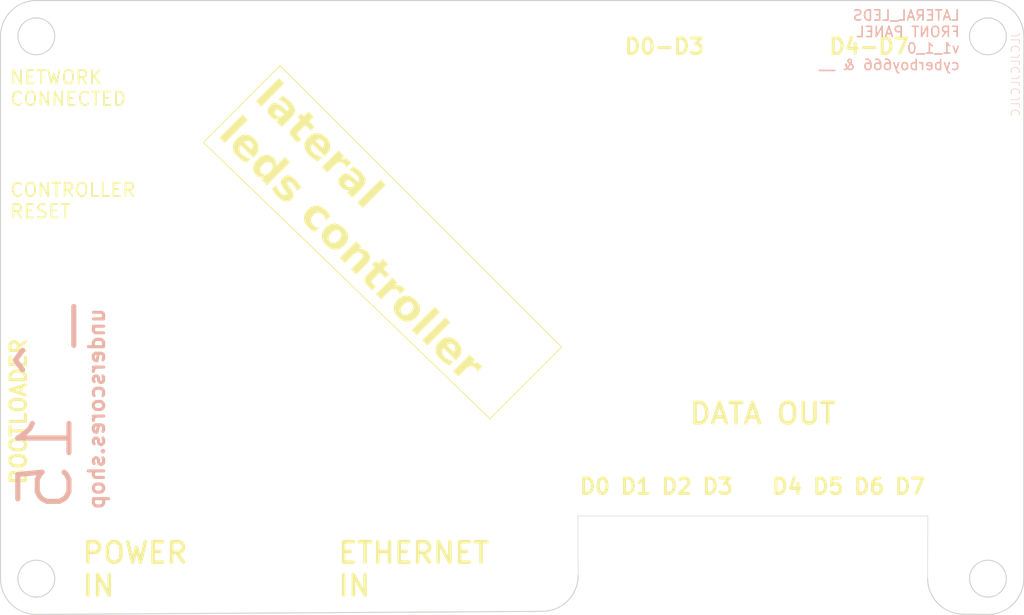
<source format=kicad_pcb>
(kicad_pcb (version 20221018) (generator pcbnew)

  (general
    (thickness 1.6)
  )

  (paper "A4")
  (layers
    (0 "F.Cu" signal)
    (31 "B.Cu" signal)
    (32 "B.Adhes" user "B.Adhesive")
    (33 "F.Adhes" user "F.Adhesive")
    (34 "B.Paste" user)
    (35 "F.Paste" user)
    (36 "B.SilkS" user "B.Silkscreen")
    (37 "F.SilkS" user "F.Silkscreen")
    (38 "B.Mask" user)
    (39 "F.Mask" user)
    (40 "Dwgs.User" user "User.Drawings")
    (41 "Cmts.User" user "User.Comments")
    (42 "Eco1.User" user "User.Eco1")
    (43 "Eco2.User" user "User.Eco2")
    (44 "Edge.Cuts" user)
    (45 "Margin" user)
    (46 "B.CrtYd" user "B.Courtyard")
    (47 "F.CrtYd" user "F.Courtyard")
    (48 "B.Fab" user)
    (49 "F.Fab" user)
    (50 "User.1" user)
    (51 "User.2" user)
    (52 "User.3" user)
    (53 "User.4" user)
    (54 "User.5" user)
    (55 "User.6" user)
    (56 "User.7" user)
    (57 "User.8" user)
    (58 "User.9" user)
  )

  (setup
    (pad_to_mask_clearance 0)
    (pcbplotparams
      (layerselection 0x00010fc_ffffffff)
      (plot_on_all_layers_selection 0x0000000_00000000)
      (disableapertmacros false)
      (usegerberextensions false)
      (usegerberattributes true)
      (usegerberadvancedattributes true)
      (creategerberjobfile true)
      (dashed_line_dash_ratio 12.000000)
      (dashed_line_gap_ratio 3.000000)
      (svgprecision 4)
      (plotframeref false)
      (viasonmask false)
      (mode 1)
      (useauxorigin false)
      (hpglpennumber 1)
      (hpglpenspeed 20)
      (hpglpendiameter 15.000000)
      (dxfpolygonmode true)
      (dxfimperialunits true)
      (dxfusepcbnewfont true)
      (psnegative false)
      (psa4output false)
      (plotreference true)
      (plotvalue true)
      (plotinvisibletext false)
      (sketchpadsonfab false)
      (subtractmaskfromsilk false)
      (outputformat 1)
      (mirror false)
      (drillshape 1)
      (scaleselection 1)
      (outputdirectory "")
    )
  )

  (net 0 "")

  (gr_line (start 144 93) (end 137 100)
    (stroke (width 0.1) (type default)) (layer "F.SilkS") (tstamp 46deb25f-c3d5-4204-ad07-dc88eecc48d2))
  (gr_line (start 137 100) (end 109 73)
    (stroke (width 0.1) (type default)) (layer "F.SilkS") (tstamp 93d63d0c-d53c-4298-af52-dec913e82e96))
  (gr_line (start 116.5 65.5) (end 144 93)
    (stroke (width 0.1) (type default)) (layer "F.SilkS") (tstamp b1ac1a4e-f95d-43e0-a9ee-dc1069af8cc9))
  (gr_line (start 109 73) (end 116.5 65.5)
    (stroke (width 0.1) (type default)) (layer "F.SilkS") (tstamp fdaa2c14-b812-4be5-9bbc-fa7299311a9a))
  (gr_line (start 189.17 62.63) (end 189.17 115.63)
    (stroke (width 0.1) (type default)) (layer "Edge.Cuts") (tstamp 024d0d92-ef55-44bb-83a1-e3159185f4d8))
  (gr_line (start 142.125126 118.825126) (end 92.67 119.13)
    (stroke (width 0.1) (type default)) (layer "Edge.Cuts") (tstamp 0f8e2ee8-0f3c-48f7-8ca1-a9924ba85835))
  (gr_line (start 185.67 119.13) (end 183.274874 119.1)
    (stroke (width 0.1) (type default)) (layer "Edge.Cuts") (tstamp 18e28104-0b6a-4aac-9621-078cdeb531ed))
  (gr_circle (center 185.67 115.63) (end 183.87 115.63)
    (stroke (width 0.1) (type default)) (fill none) (layer "Edge.Cuts") (tstamp 1aa4444c-b00e-4bdc-a32b-62a1895d1ca4))
  (gr_line (start 89.17 115.63) (end 89.17 62.63)
    (stroke (width 0.1) (type default)) (layer "Edge.Cuts") (tstamp 271264cd-9844-43c1-916a-ae8e5dac9c99))
  (gr_circle (center 92.67 62.63) (end 94.47 62.63)
    (stroke (width 0.1) (type default)) (fill none) (layer "Edge.Cuts") (tstamp 30d0ed80-624a-4b7c-858c-6d74265e4efc))
  (gr_arc (start 89.17 62.63) (mid 90.195126 60.155126) (end 92.67 59.13)
    (stroke (width 0.1) (type default)) (layer "Edge.Cuts") (tstamp 32f18910-2d58-4533-b879-32624cd29ddb))
  (gr_arc (start 145.625126 115.325126) (mid 144.6 117.8) (end 142.125126 118.825126)
    (stroke (width 0.1) (type default)) (layer "Edge.Cuts") (tstamp 3e5a95d6-3049-4a87-b33a-e4b73cde9499))
  (gr_arc (start 183.274874 119.1) (mid 180.8 118.074874) (end 179.774874 115.6)
    (stroke (width 0.1) (type default)) (layer "Edge.Cuts") (tstamp 568338d6-bde4-48f2-83c7-779f75d66b1b))
  (gr_arc (start 189.17 115.63) (mid 188.144874 118.104874) (end 185.67 119.13)
    (stroke (width 0.1) (type default)) (layer "Edge.Cuts") (tstamp 679e192d-83be-4fce-b14e-c83d98ba2f55))
  (gr_circle (center 185.67 62.63) (end 183.87 62.63)
    (stroke (width 0.1) (type default)) (fill none) (layer "Edge.Cuts") (tstamp 6e85af6e-645c-4636-b1ff-871339d290b6))
  (gr_circle (center 92.67 115.63) (end 94.47 115.63)
    (stroke (width 0.1) (type default)) (fill none) (layer "Edge.Cuts") (tstamp 76788089-f9f2-4e16-9a62-c1c8661b486f))
  (gr_arc (start 185.67 59.13) (mid 188.144874 60.155126) (end 189.17 62.63)
    (stroke (width 0.1) (type default)) (layer "Edge.Cuts") (tstamp 82d4e5a4-6b65-4d9e-980c-7f86b8daf439))
  (gr_line (start 145.6 109.5) (end 145.625126 115.325126)
    (stroke (width 0.05) (type default)) (layer "Edge.Cuts") (tstamp a73f800b-037d-44a5-8f41-24d3ef1343a6))
  (gr_arc (start 92.67 119.13) (mid 90.195126 118.104874) (end 89.17 115.63)
    (stroke (width 0.1) (type default)) (layer "Edge.Cuts") (tstamp b1ece638-cd29-438f-bfe0-57920e490a92))
  (gr_line (start 179.774874 115.6) (end 179.8 109.5)
    (stroke (width 0.05) (type default)) (layer "Edge.Cuts") (tstamp c5774f63-94ea-43c4-8f5d-116448542ca2))
  (gr_line (start 179.8 109.5) (end 145.6 109.5)
    (stroke (width 0.05) (type default)) (layer "Edge.Cuts") (tstamp c5f6dfc9-137d-4740-b2b5-08d901551b73))
  (gr_line (start 92.67 59.13) (end 185.67 59.13)
    (stroke (width 0.1) (type default)) (layer "Edge.Cuts") (tstamp dc7a6e1f-b79d-44a2-ac85-1417be21e95c))
  (gr_text "LATERAL_LEDS\nFRONT PANEL\nv1_1_0\ncyberboy666 & __" (at 183 66) (layer "B.SilkS") (tstamp 29d209ce-a7c3-460c-a84a-f35689d196f0)
    (effects (font (size 1 1) (thickness 0.15)) (justify left bottom mirror))
  )
  (gr_text "JLCJLCJLCJLC" (at 188.37 66.33 90) (layer "B.SilkS") (tstamp 47bdb49c-99ae-4dd5-a7bd-8c6fdc605096)
    (effects (font (size 0.81 0.81) (thickness 0.04)) (justify mirror))
  )
  (gr_text "_^ 15" (at 93.57 99.03 90) (layer "B.SilkS") (tstamp 5db131ff-ee55-447c-b5d0-0dfd49abc3d0)
    (effects (font (size 5 5) (thickness 0.5)) (justify mirror))
  )
  (gr_text "underscores.shop" (at 98.57 99.03 90) (layer "B.SilkS") (tstamp 65302643-f009-49b9-b0fd-6f1d3400a8b8)
    (effects (font (size 1.5 1.5) (thickness 0.3)) (justify mirror))
  )
  (gr_text "D0-D3" (at 150 64.5) (layer "F.SilkS") (tstamp 0ab8ac17-c86e-4e04-a2af-35b4dbfa7a97)
    (effects (font (size 1.5 1.5) (thickness 0.3) bold) (justify left bottom))
  )
  (gr_text "D1" (at 149.6 107.5) (layer "F.SilkS") (tstamp 15f90fb5-cf70-403c-9f04-1b1f45b49995)
    (effects (font (size 1.5 1.5) (thickness 0.3) bold) (justify left bottom))
  )
  (gr_text "BOOTLOADER" (at 91.8 106.6 90) (layer "F.SilkS") (tstamp 18c8535f-048b-4b6c-adb1-ff960db07c67)
    (effects (font (size 1.5 1.5) (thickness 0.3) bold) (justify left bottom))
  )
  (gr_text "D3" (at 157.6 107.5) (layer "F.SilkS") (tstamp 52f02e1e-74ea-4596-99db-edf3feb59282)
    (effects (font (size 1.5 1.5) (thickness 0.3) bold) (justify left bottom))
  )
  (gr_text "CONTROLLER\nRESET" (at 90 80.5) (layer "F.SilkS") (tstamp 5362ee48-0b16-4eae-a6e6-5db73750cbd4)
    (effects (font (size 1.3 1.3) (thickness 0.18)) (justify left bottom))
  )
  (gr_text "D0" (at 145.6 107.5) (layer "F.SilkS") (tstamp 5bb2c6e5-48b4-4231-8d88-187d8290c403)
    (effects (font (size 1.5 1.5) (thickness 0.3) bold) (justify left bottom))
  )
  (gr_text "D4" (at 164.4 107.5) (layer "F.SilkS") (tstamp 5fe00382-79ad-49d9-b2a4-d5b68882e025)
    (effects (font (size 1.5 1.5) (thickness 0.3) bold) (justify left bottom))
  )
  (gr_text "ETHERNET \nIN" (at 122 117.5) (layer "F.SilkS") (tstamp 900be274-24d8-46ed-94aa-093a5dfa8268)
    (effects (font (size 2 2) (thickness 0.35) bold) (justify left bottom))
  )
  (gr_text "D7" (at 176.4 107.5) (layer "F.SilkS") (tstamp 94e036db-fd0f-47c5-aedb-082a903f00ad)
    (effects (font (size 1.5 1.5) (thickness 0.3) bold) (justify left bottom))
  )
  (gr_text "D2" (at 153.6 107.5) (layer "F.SilkS") (tstamp 98058931-4595-473e-8cde-468e0c1e5459)
    (effects (font (size 1.5 1.5) (thickness 0.3) bold) (justify left bottom))
  )
  (gr_text "D6" (at 172.4 107.5) (layer "F.SilkS") (tstamp b96ed37c-c0f3-4c29-b6b0-88daadf6a95a)
    (effects (font (size 1.5 1.5) (thickness 0.3) bold) (justify left bottom))
  )
  (gr_text "POWER \nIN" (at 97 117.5) (layer "F.SilkS") (tstamp c7864170-766a-40de-a3aa-9ed2434882e1)
    (effects (font (size 2 2) (thickness 0.35) bold) (justify left bottom))
  )
  (gr_text "NETWORK\nCONNECTED" (at 90 69.5) (layer "F.SilkS") (tstamp d25e667e-523d-45cd-a4c5-feb84ddc6679)
    (effects (font (size 1.3 1.3) (thickness 0.18)) (justify left bottom))
  )
  (gr_text "DATA OUT" (at 171 99.5) (layer "F.SilkS") (tstamp d552aff1-d458-4f69-990b-e5b3ca992765)
    (effects (font (size 2 2) (thickness 0.35) bold) (justify right))
  )
  (gr_text "D5" (at 168.4 107.5) (layer "F.SilkS") (tstamp da9b145f-7a52-458d-9339-749015f36195)
    (effects (font (size 1.5 1.5) (thickness 0.3) bold) (justify left bottom))
  )
  (gr_text "lateral\nleds controller" (at 109.95 72.65 -45) (layer "F.SilkS") (tstamp df58818b-351d-4375-ab55-97c582908d52)
    (effects (font (face "Courier 10 Pitch") (size 3 3) (thickness 0.35) bold) (justify left bottom))
    (render_cache "lateral\nleds controller" -45
      (polygon
        (pts
          (xy 116.155713 67.869109)          (xy 114.904459 69.120362)          (xy 114.592553 68.808456)          (xy 114.570026 68.786791)
          (xy 114.537247 68.75877)          (xy 114.505444 68.736324)          (xy 114.474352 68.719684)          (xy 114.443704 68.709081)
          (xy 114.413234 68.704745)          (xy 114.382675 68.706907)          (xy 114.35176 68.715796)          (xy 114.320224 68.731645)
          (xy 114.2878 68.754683)          (xy 114.26556 68.774149)          (xy 114.254222 68.78514)          (xy 114.233052 68.807696)
          (xy 114.207426 68.840616)          (xy 114.188972 68.872654)          (xy 114.177485 68.904049)          (xy 114.17276 68.935042)
          (xy 114.174593 68.965876)          (xy 114.182779 68.996789)          (xy 114.197112 69.028024)          (xy 114.217387 69.05982)
          (xy 114.243401 69.092419)          (xy 114.263829 69.114717)          (xy 114.274947 69.126062)          (xy 115.258333 70.109448)
          (xy 115.28089 70.131084)          (xy 115.31381 70.158964)          (xy 115.345847 70.181175)          (xy 115.377242 70.197512)
          (xy 115.408236 70.207769)          (xy 115.439069 70.211742)          (xy 115.469982 70.209226)          (xy 115.501217 70.200016)
          (xy 115.533013 70.183907)          (xy 115.565612 70.160695)          (xy 115.58791 70.141172)          (xy 115.599255 70.130173)
          (xy 115.620396 70.107646)          (xy 115.645881 70.074867)          (xy 115.6641 70.043064)          (xy 115.675284 70.011972)
          (xy 115.679663 69.981324)          (xy 115.677467 69.950854)          (xy 115.668927 69.920295)          (xy 115.654274 69.889381)
          (xy 115.633738 69.857845)          (xy 115.60755 69.825421)          (xy 115.587064 69.80318)          (xy 115.575939 69.791842)
          (xy 115.264033 69.479936)          (xy 116.773827 67.970142)          (xy 116.792517 67.942329)          (xy 116.797718 67.91076)
          (xy 116.791586 67.881698)          (xy 116.77581 67.851652)          (xy 116.755384 67.826454)          (xy 116.750511 67.821442)
          (xy 116.316847 67.387778)          (xy 116.294245 67.366108)          (xy 116.272056 67.346802)          (xy 116.239422 67.322431)
          (xy 116.207386 67.303774)          (xy 116.17575 67.291066)          (xy 116.144314 67.284543)          (xy 116.112878 67.284441)
          (xy 116.081242 67.290996)          (xy 116.049207 67.304442)          (xy 116.016572 67.325017)          (xy 115.983138 67.352955)
          (xy 115.971781 67.363945)          (xy 115.950646 67.386547)          (xy 115.925189 67.419693)          (xy 115.907016 67.452105)
          (xy 115.895893 67.483986)          (xy 115.891584 67.515533)          (xy 115.893852 67.546946)          (xy 115.902463 67.578427)
          (xy 115.91718 67.610174)          (xy 115.937768 67.642387)          (xy 115.963991 67.675266)          (xy 115.984488 67.697654)
          (xy 115.995614 67.709011)
        )
      )
      (polygon
        (pts
          (xy 118.007982 71.134802)          (xy 118.04109 71.100865)          (xy 118.072202 71.067228)          (xy 118.101294 71.033856)
          (xy 118.128343 71.000715)          (xy 118.153327 70.967772)          (xy 118.176221 70.934992)          (xy 118.197003 70.902341)
          (xy 118.21565 70.869785)          (xy 118.232138 70.83729)          (xy 118.246445 70.804821)          (xy 118.258547 70.772345)
          (xy 118.268421 70.739827)          (xy 118.276044 70.707233)          (xy 118.281393 70.674529)          (xy 118.284444 70.641681)
          (xy 118.285175 70.608654)          (xy 118.283562 70.575415)          (xy 118.279582 70.541929)          (xy 118.273213 70.508163)
          (xy 118.26443 70.474081)          (xy 118.253211 70.439651)          (xy 118.239532 70.404837)          (xy 118.223371 70.369605)
          (xy 118.204705 70.333923)          (xy 118.183509 70.297754)          (xy 118.159762 70.261065)          (xy 118.133439 70.223823)
          (xy 118.104518 70.185992)          (xy 118.072975 70.147539)          (xy 118.038788 70.108429)          (xy 118.001934 70.068629)
          (xy 117.962388 70.028104)          (xy 117.924695 69.991018)          (xy 117.887408 69.955537)          (xy 117.850548 69.921662)
          (xy 117.814137 69.889394)          (xy 117.778199 69.858735)          (xy 117.742755 69.829687)          (xy 117.707828 69.802251)
          (xy 117.67344 69.776428)          (xy 117.639614 69.752221)          (xy 117.606372 69.72963)          (xy 117.573736 69.708657)
          (xy 117.541729 69.689304)          (xy 117.510373 69.671572)          (xy 117.479691 69.655462)          (xy 117.449705 69.640977)
          (xy 117.420437 69.628117)          (xy 117.39191 69.616885)          (xy 117.364146 69.607281)          (xy 117.310997 69.592966)
          (xy 117.261169 69.585184)          (xy 117.214842 69.583948)          (xy 117.172194 69.589269)          (xy 117.133404 69.601159)
          (xy 117.098652 69.619631)          (xy 117.068117 69.644697)          (xy 117.045343 69.670281)          (xy 117.026963 69.697074)
          (xy 117.013135 69.724892)          (xy 117.004018 69.75355)          (xy 116.999772 69.782864)          (xy 117.000555 69.812649)
          (xy 117.006526 69.842721)          (xy 117.017844 69.872895)          (xy 117.034667 69.902988)          (xy 117.057154 69.932814)
          (xy 117.075371 69.952459)          (xy 117.102676 69.976459)          (xy 117.133058 69.9975)          (xy 117.166157 70.016086)
          (xy 117.201613 70.032718)          (xy 117.239067 70.047899)          (xy 117.278159 70.062132)          (xy 117.318529 70.075918)
          (xy 117.359817 70.08976)          (xy 117.401664 70.104161)          (xy 117.44371 70.119622)          (xy 117.485595 70.136648)
          (xy 117.526959 70.155739)          (xy 117.567442 70.177398)          (xy 117.606686 70.202128)          (xy 117.64433 70.230432)
          (xy 117.680014 70.262811)          (xy 117.708599 70.293614)          (xy 117.733154 70.324804)          (xy 117.753679 70.356353)
          (xy 117.770174 70.388236)          (xy 117.782641 70.420425)          (xy 117.79108 70.452894)          (xy 117.795492 70.485617)
          (xy 117.795878 70.518567)          (xy 117.792238 70.551717)          (xy 117.784573 70.58504)          (xy 117.772885 70.618512)
          (xy 117.757173 70.652103)          (xy 117.737438 70.685789)          (xy 117.713682 70.719543)          (xy 117.685905 70.753337)
          (xy 117.654108 70.787146)          (xy 117.63301 70.808244)          (xy 117.627166 70.814088)          (xy 117.609352 70.788768)
          (xy 117.591464 70.763903)          (xy 117.573504 70.739488)          (xy 117.555471 70.715516)          (xy 117.537366 70.691981)
          (xy 117.519187 70.668877)          (xy 117.491782 70.635017)          (xy 117.464214 70.602092)          (xy 117.436482 70.570082)
          (xy 117.408585 70.538967)          (xy 117.380525 70.508727)          (xy 117.352301 70.47934)          (xy 117.333393 70.460214)
          (xy 117.294184 70.421994)          (xy 117.255064 70.385831)          (xy 117.216051 70.351727)          (xy 117.177166 70.319681)
          (xy 117.138427 70.289697)          (xy 117.099852 70.261775)          (xy 117.061462 70.235917)          (xy 117.023276 70.212125)
          (xy 116.985312 70.190398)          (xy 116.947589 70.17074)          (xy 116.910127 70.153152)          (xy 116.872944 70.137634)
          (xy 116.83606 70.124189)          (xy 116.799494 70.112817)          (xy 116.763264 70.103521)          (xy 116.72739 70.096301)
          (xy 116.691892 70.091159)          (xy 116.656787 70.088097)          (xy 116.622095 70.087116)          (xy 116.587836 70.088217)
          (xy 116.554027 70.091401)          (xy 116.520689 70.096671)          (xy 116.487841 70.104027)          (xy 116.4555 70.113472)
          (xy 116.423687 70.125006)          (xy 116.392421 70.13863)          (xy 116.36172 70.154347)          (xy 116.331604 70.172158)
          (xy 116.302092 70.192063)          (xy 116.273203 70.214066)          (xy 116.244955 70.238166)          (xy 116.217369 70.264365)
          (xy 116.192734 70.290092)          (xy 116.169832 70.316256)          (xy 116.14866 70.342835)          (xy 116.129217 70.369809)
          (xy 116.111502 70.397156)          (xy 116.095513 70.424855)          (xy 116.08125 70.452884)          (xy 116.068709 70.481222)
          (xy 116.057891 70.509847)          (xy 116.048794 70.538739)          (xy 116.041416 70.567876)          (xy 116.035755 70.597236)
          (xy 116.031811 70.626799)          (xy 116.029582 70.656543)          (xy 116.029067 70.686446)          (xy 116.030264 70.716487)
          (xy 116.033171 70.746646)          (xy 116.037788 70.7769)          (xy 116.044112 70.807228)          (xy 116.052143 70.837608)
          (xy 116.061879 70.868021)          (xy 116.073318 70.898443)          (xy 116.08646 70.928855)          (xy 116.101302 70.959233)
          (xy 116.117844 70.989558)          (xy 116.136084 71.019808)          (xy 116.15602 71.049961)          (xy 116.177651 71.079996)
          (xy 116.200975 71.109892)          (xy 116.225992 71.139627)          (xy 116.2527 71.169181)          (xy 116.281097 71.198531)
          (xy 116.316233 71.232358)          (xy 116.35264 71.264846)          (xy 116.390276 71.295968)          (xy 116.429101 71.325696)
          (xy 116.469073 71.354004)          (xy 116.510151 71.380864)          (xy 116.552296 71.406248)          (xy 116.595465 71.430129)
          (xy 116.639617 71.452481)          (xy 116.684713 71.473275)          (xy 116.730709 71.492484)          (xy 116.777567 71.510081)
          (xy 116.825244 71.526039)          (xy 116.8737 71.54033)          (xy 116.922893 71.552928)          (xy 116.972784 71.563804)
          (xy 116.955081 71.600401)          (xy 116.941869 71.633851)          (xy 116.933107 71.664611)          (xy 116.928268 71.702233)
          (xy 116.931156 71.736975)          (xy 116.941669 71.769925)          (xy 116.959704 71.802169)          (xy 116.978104 71.826543)
          (xy 117.000632 71.851589)          (xy 117.009052 71.860167)          (xy 117.145835 71.99695)          (xy 117.168886 72.019014)
          (xy 117.191446 72.038548)          (xy 117.224487 72.063018)          (xy 117.256735 72.081571)          (xy 117.288376 72.094069)
          (xy 117.319598 72.100379)          (xy 117.350588 72.100363)          (xy 117.381533 72.093886)          (xy 117.41262 72.080813)
          (xy 117.444035 72.061007)          (xy 117.475966 72.034333)          (xy 117.486756 72.023892)          (xy 117.5133 71.994385)
          (xy 117.534355 71.964503)          (xy 117.549924 71.934336)          (xy 117.560008 71.903973)          (xy 117.564611 71.873504)
          (xy 117.563734 71.84302)          (xy 117.557381 71.812608)          (xy 117.545554 71.78236)          (xy 117.528256 71.752364)
          (xy 117.505489 71.722711)          (xy 117.487274 71.703177)          (xy 117.465842 71.681745)          (xy 117.463441 71.679344)
        )
          (pts
            (xy 117.172777 71.268477)            (xy 117.136895 71.261934)            (xy 117.101898 71.25434)            (xy 117.06776 71.245674)
            (xy 117.034456 71.235916)            (xy 117.001959 71.225048)            (xy 116.970244 71.213048)            (xy 116.939284 71.199898)
            (xy 116.909055 71.185578)            (xy 116.87953 71.170068)            (xy 116.850684 71.153347)            (xy 116.82249 71.135398)
            (xy 116.794924 71.116199)            (xy 116.767958 71.095731)            (xy 116.741568 71.073974)            (xy 116.715727 71.050909)
            (xy 116.69041 71.026516)            (xy 116.664614 70.999252)            (xy 116.641812 70.972099)            (xy 116.621985 70.94512)
            (xy 116.605115 70.918375)            (xy 116.591183 70.891928)            (xy 116.575756 70.852952)            (xy 116.566839 70.814994)
            (xy 116.56437 70.778267)            (xy 116.568287 70.742979)            (xy 116.578529 70.709341)            (xy 116.595036 70.677562)
            (xy 116.617744 70.647853)            (xy 116.626681 70.638446)            (xy 116.653879 70.61416)            (xy 116.682392 70.594324)
            (xy 116.712163 70.578907)            (xy 116.743136 70.567877)            (xy 116.775254 70.561203)            (xy 116.808459 70.558855)
            (xy 116.842694 70.560801)            (xy 116.877903 70.567011)            (xy 116.91403 70.577452)            (xy 116.951016 70.592094)
            (xy 116.988805 70.610905)            (xy 117.02734 70.633856)            (xy 117.066564 70.660914)            (xy 117.106421 70.692048)
            (xy 117.146852 70.727227)            (xy 117.187802 70.766421)            (xy 117.214479 70.794205)            (xy 117.234332 70.816318)
            (xy 117.254081 70.839524)            (xy 117.273751 70.863823)            (xy 117.293369 70.889215)            (xy 117.312959 70.915699)
            (xy 117.332547 70.943277)            (xy 117.352159 70.971948)            (xy 117.371821 71.001711)            (xy 117.391558 71.032567)
            (xy 117.398158 71.043096)
          )
      )
      (polygon
        (pts
          (xy 118.688788 71.656028)          (xy 118.825571 71.792811)          (xy 118.452009 72.166374)          (xy 118.430297 72.188085)
          (xy 118.418849 72.199533)          (xy 118.386365 72.23213)          (xy 118.355041 72.263945)          (xy 118.324981 72.295109)
          (xy 118.29629 72.325752)          (xy 118.269071 72.356003)          (xy 118.243429 72.385992)          (xy 118.219467 72.415849)
          (xy 118.197289 72.445704)          (xy 118.177 72.475686)          (xy 118.158703 72.505926)          (xy 118.142502 72.536553)
          (xy 118.128501 72.567696)          (xy 118.116805 72.599487)          (xy 118.107516 72.632053)          (xy 118.10074 72.665526)
          (xy 118.09658 72.700035)          (xy 118.095112 72.734368)          (xy 118.096155 72.769331)          (xy 118.099718 72.804874)
          (xy 118.105809 72.840947)          (xy 118.114439 72.877499)          (xy 118.125615 72.914481)          (xy 118.139348 72.951842)
          (xy 118.155646 72.989533)          (xy 118.174518 73.027503)          (xy 118.195974 73.065702)          (xy 118.220022 73.104081)
          (xy 118.246672 73.142588)          (xy 118.275933 73.181174)          (xy 118.307814 73.219789)          (xy 118.342324 73.258383)
          (xy 118.379472 73.296906)          (xy 118.413425 73.329933)          (xy 118.447909 73.361683)          (xy 118.482843 73.392146)
          (xy 118.518147 73.421312)          (xy 118.553741 73.449169)          (xy 118.589545 73.475708)          (xy 118.62548 73.500918)
          (xy 118.661466 73.524789)          (xy 118.697421 73.547309)          (xy 118.733268 73.568468)          (xy 118.768924 73.588256)
          (xy 118.804311 73.606662)          (xy 118.839349 73.623676)          (xy 118.873957 73.639287)          (xy 118.908056 73.653485)
          (xy 118.941565 73.666259)          (xy 118.974405 73.677598)          (xy 119.006495 73.687493)          (xy 119.037756 73.695932)
          (xy 119.068108 73.702905)          (xy 119.09747 73.708401)          (xy 119.152907 73.714922)          (xy 119.203427 73.71541)
          (xy 119.248391 73.709782)          (xy 119.287158 73.697952)          (xy 119.319088 73.679837)          (xy 119.33229 73.668396)
          (xy 119.35813 73.639048)          (xy 119.378623 73.608422)          (xy 119.393917 73.576961)          (xy 119.404158 73.545107)
          (xy 119.40949 73.513306)          (xy 119.41006 73.481998)          (xy 119.406015 73.451628)          (xy 119.3975 73.422638)
          (xy 119.384661 73.395473)          (xy 119.367644 73.370574)          (xy 119.354051 73.355453)          (xy 119.328943 73.333301)
          (xy 119.300659 73.31337)          (xy 119.269517 73.295209)          (xy 119.235839 73.278367)          (xy 119.199945 73.262393)
          (xy 119.162155 73.246837)          (xy 119.12279 73.231247)          (xy 119.082169 73.215173)          (xy 119.040613 73.198164)
          (xy 118.998442 73.179769)          (xy 118.955977 73.159537)          (xy 118.913538 73.137018)          (xy 118.871445 73.111761)
          (xy 118.830018 73.083314)          (xy 118.789578 73.051228)          (xy 118.750444 73.01505)          (xy 118.720563 72.98319)
          (xy 118.69556 72.952206)          (xy 118.675348 72.921942)          (xy 118.659838 72.89224)          (xy 118.648943 72.862946)
          (xy 118.642575 72.833901)          (xy 118.641316 72.790463)          (xy 118.645878 72.761361)          (xy 118.654659 72.731962)
          (xy 118.66757 72.70211)          (xy 118.684523 72.671649)          (xy 118.70543 72.640422)          (xy 118.730203 72.608272)
          (xy 118.758755 72.575044)          (xy 118.790996 72.540582)          (xy 118.808473 72.522839)          (xy 119.182036 72.149276)
          (xy 119.624508 72.591748)          (xy 119.647111 72.613419)          (xy 119.669299 72.632724)          (xy 119.701934 72.657095)
          (xy 119.733969 72.675753)          (xy 119.765605 72.68846)          (xy 119.797041 72.694983)          (xy 119.828477 72.695085)
          (xy 119.860113 72.688531)          (xy 119.892149 72.675084)          (xy 119.924783 72.654509)          (xy 119.958217 72.626571)
          (xy 119.969574 72.615582)          (xy 119.990674 72.593014)          (xy 120.015963 72.560038)          (xy 120.033853 72.527907)
          (xy 120.044613 72.49639)          (xy 120.048507 72.465258)          (xy 120.045803 72.43428)          (xy 120.036768 72.403224)
          (xy 120.021666 72.371862)          (xy 120.000766 72.339961)          (xy 119.974332 72.307292)          (xy 119.953768 72.284972)
          (xy 119.942632 72.273624)          (xy 119.50016 71.831152)          (xy 119.838491 71.492821)          (xy 119.860571 71.469674)
          (xy 119.879951 71.446997)          (xy 119.903845 71.413676)          (xy 119.921371 71.380923)          (xy 119.932351 71.348446)
          (xy 119.936609 71.315949)          (xy 119.933968 71.283138)          (xy 119.924251 71.249718)          (xy 119.907282 71.215395)
          (xy 119.882884 71.179874)          (xy 119.862404 71.155382)          (xy 119.838491 71.130139)          (xy 119.806593 71.101439)
          (xy 119.774404 71.078403)          (xy 119.742316 71.060769)          (xy 119.710721 71.048272)          (xy 119.68001 71.040649)
          (xy 119.650576 71.037635)          (xy 119.613993 71.040332)          (xy 119.581306 71.05013)          (xy 119.553442 71.066404)
          (xy 119.541609 71.076773)          (xy 119.519099 71.099284)          (xy 119.497481 71.120901)          (xy 119.482026 71.136357)
          (xy 119.143695 71.474687)          (xy 119.006912 71.337904)          (xy 118.984385 71.31624)          (xy 118.951606 71.288219)
          (xy 118.919804 71.265773)          (xy 118.888712 71.249133)          (xy 118.858064 71.23853)          (xy 118.827594 71.234194)
          (xy 118.797034 71.236355)          (xy 118.76612 71.245245)          (xy 118.734584 71.261094)          (xy 118.70216 71.284132)
          (xy 118.679919 71.303598)          (xy 118.668582 71.314589)          (xy 118.647406 71.337151)          (xy 118.621751 71.370099)
          (xy 118.60325 71.402183)          (xy 118.591703 71.433639)          (xy 118.586909 71.464702)          (xy 118.588669 71.495608)
          (xy 118.596784 71.526592)          (xy 118.611053 71.557891)          (xy 118.631276 71.589739)          (xy 118.657255 71.622373)
          (xy 118.677672 71.644682)
        )
      )
      (polygon
        (pts
          (xy 120.302724 74.01398)          (xy 121.237925 74.949182)          (xy 121.265575 74.976304)          (xy 121.291712 75.000689)
          (xy 121.316511 75.022262)          (xy 121.340148 75.040946)          (xy 121.373809 75.063386)          (xy 121.405842 75.078893)
          (xy 121.436838 75.08721)          (xy 121.46739 75.088077)          (xy 121.498088 75.081236)          (xy 121.529525 75.066427)
          (xy 121.562292 75.043393)          (xy 121.585168 75.023339)          (xy 121.596981 75.011874)          (xy 121.627985 74.979208)
          (xy 121.657059 74.945181)          (xy 121.684179 74.909864)          (xy 121.709321 74.873329)          (xy 121.732462 74.835646)
          (xy 121.753578 74.796889)          (xy 121.772645 74.757128)          (xy 121.789639 74.716434)          (xy 121.804538 74.67488)
          (xy 121.817316 74.632537)          (xy 121.827951 74.589476)          (xy 121.836418 74.545769)          (xy 121.842694 74.501488)
          (xy 121.846755 74.456703)          (xy 121.848578 74.411487)          (xy 121.848138 74.365912)          (xy 121.845413 74.320047)
          (xy 121.840377 74.273966)          (xy 121.833009 74.22774)          (xy 121.823283 74.18144)          (xy 121.811176 74.135137)
          (xy 121.796665 74.088904)          (xy 121.779725 74.042811)          (xy 121.760333 73.996931)          (xy 121.738466 73.951335)
          (xy 121.714099 73.906094)          (xy 121.687209 73.86128)          (xy 121.657773 73.816964)          (xy 121.625765 73.773219)
          (xy 121.591163 73.730115)          (xy 121.553944 73.687724)          (xy 121.514082 73.646117)          (xy 121.468584 73.602385)
          (xy 121.422379 73.561431)          (xy 121.375532 73.523242)          (xy 121.328103 73.487805)          (xy 121.280156 73.455108)
          (xy 121.231752 73.42514)          (xy 121.182954 73.397887)          (xy 121.133824 73.373336)          (xy 121.084425 73.351477)
          (xy 121.034819 73.332295)          (xy 120.985068 73.315779)          (xy 120.935235 73.301916)          (xy 120.885381 73.290694)
          (xy 120.83557 73.282101)          (xy 120.785863 73.276123)          (xy 120.736323 73.272749)          (xy 120.687012 73.271966)
          (xy 120.637993 73.273761)          (xy 120.589328 73.278123)          (xy 120.541079 73.285039)          (xy 120.493308 73.294496)
          (xy 120.446079 73.306482)          (xy 120.399452 73.320984)          (xy 120.353491 73.337991)          (xy 120.308258 73.357489)
          (xy 120.263815 73.379467)          (xy 120.220224 73.403911)          (xy 120.177549 73.43081)          (xy 120.13585 73.460151)
          (xy 120.095191 73.491921)          (xy 120.055634 73.526108)          (xy 120.017241 73.5627)          (xy 119.98245 73.59931)
          (xy 119.949973 73.637207)          (xy 119.919826 73.676324)          (xy 119.892022 73.716592)          (xy 119.866574 73.757946)
          (xy 119.843498 73.800317)          (xy 119.822806 73.843638)          (xy 119.804513 73.887843)          (xy 119.788633 73.932864)
          (xy 119.77518 73.978633)          (xy 119.764167 74.025083)          (xy 119.755609 74.072148)          (xy 119.749519 74.11976)
          (xy 119.745912 74.167851)          (xy 119.744801 74.216354)          (xy 119.746201 74.265202)          (xy 119.750125 74.314329)
          (xy 119.756587 74.363665)          (xy 119.765601 74.413145)          (xy 119.777182 74.462701)          (xy 119.791342 74.512266)
          (xy 119.808097 74.561772)          (xy 119.827459 74.611153)          (xy 119.849444 74.66034)          (xy 119.874064 74.709267)
          (xy 119.901334 74.757866)          (xy 119.931268 74.806071)          (xy 119.96388 74.853813)          (xy 119.999183 74.901026)
          (xy 120.037192 74.947643)          (xy 120.077921 74.993595)          (xy 120.121383 75.038816)          (xy 120.161208 75.077678)
          (xy 120.201086 75.114704)          (xy 120.240962 75.149902)          (xy 120.280781 75.18328)          (xy 120.320489 75.214845)
          (xy 120.360032 75.244603)          (xy 120.399356 75.272564)          (xy 120.438406 75.298733)          (xy 120.477128 75.323119)
          (xy 120.515468 75.345729)          (xy 120.553372 75.36657)          (xy 120.590785 75.385649)          (xy 120.627653 75.402975)
          (xy 120.663922 75.418554)          (xy 120.699537 75.432394)          (xy 120.734445 75.444502)          (xy 120.768591 75.454886)
          (xy 120.80192 75.463553)          (xy 120.834379 75.47051)          (xy 120.865913 75.475765)          (xy 120.896468 75.479326)
          (xy 120.92599 75.481199)          (xy 120.981716 75.479912)          (xy 121.032658 75.471965)          (xy 121.078382 75.457417)
          (xy 121.118452 75.436326)          (xy 121.152436 75.408752)          (xy 121.173173 75.38525)          (xy 121.18964 75.36068)
          (xy 121.204992 75.32673)          (xy 121.212838 75.292009)          (xy 121.213229 75.25716)          (xy 121.206212 75.222827)
          (xy 121.191836 75.189654)          (xy 121.17015 75.158284)          (xy 121.156581 75.143476)          (xy 121.121476 75.116567)
          (xy 121.092714 75.101365)          (xy 121.059994 75.087549)          (xy 121.0236 75.07443)          (xy 120.983814 75.061319)
          (xy 120.940917 75.047525)          (xy 120.895192 75.032361)          (xy 120.846922 75.015138)          (xy 120.796388 74.995165)
          (xy 120.743874 74.971754)          (xy 120.716962 74.958544)          (xy 120.689661 74.944216)          (xy 120.662006 74.928684)
          (xy 120.634032 74.911862)          (xy 120.605774 74.893663)          (xy 120.577269 74.874002)          (xy 120.54855 74.852792)
          (xy 120.519654 74.829947)          (xy 120.490616 74.805382)          (xy 120.46147 74.779009)          (xy 120.432253 74.750743)
          (xy 120.41029 74.728203)          (xy 120.389479 74.705657)          (xy 120.369819 74.683104)          (xy 120.333955 74.637961)
          (xy 120.302703 74.592756)          (xy 120.276066 74.547466)          (xy 120.25405 74.502072)          (xy 120.236656 74.456553)
          (xy 120.223889 74.410889)          (xy 120.215753 74.365059)          (xy 120.212252 74.319043)          (xy 120.213389 74.27282)
          (xy 120.219168 74.22637)          (xy 120.229593 74.179671)          (xy 120.244669 74.132705)          (xy 120.264397 74.08545)
          (xy 120.288783 74.037885)
        )
          (pts
            (xy 120.528623 73.788081)            (xy 120.573653 73.76371)            (xy 120.618214 73.743445)            (xy 120.66232 73.72729)
            (xy 120.705989 73.715245)            (xy 120.749236 73.707314)            (xy 120.792076 73.7035)            (xy 120.834527 73.703803)
            (xy 120.876603 73.708226)            (xy 120.918322 73.716773)            (xy 120.959698 73.729444)            (xy 121.000747 73.746242)
            (xy 121.041486 73.76717)            (xy 121.081931 73.79223)            (xy 121.122097 73.821424)            (xy 121.162 73.854754)
            (xy 121.201657 73.892223)            (xy 121.240288 73.933235)            (xy 121.274758 73.974808)            (xy 121.305048 74.016857)
            (xy 121.331138 74.059299)            (xy 121.353008 74.102051)            (xy 121.370638 74.14503)            (xy 121.38401 74.188151)
            (xy 121.393102 74.231331)            (xy 121.397895 74.274486)            (xy 121.39837 74.317534)            (xy 121.394506 74.360391)
            (xy 121.386285 74.402973)            (xy 121.373686 74.445197)            (xy 121.35669 74.486979)            (xy 121.335276 74.528236)
            (xy 121.309426 74.568884)
          )
      )
      (polygon
        (pts
          (xy 122.166392 76.382295)          (xy 122.645132 75.903554)          (xy 122.676538 75.903105)          (xy 122.707221 75.902925)
          (xy 122.737182 75.903014)          (xy 122.794936 75.904007)          (xy 122.8498 75.906095)          (xy 122.901773 75.909289)
          (xy 122.950857 75.9136)          (xy 122.99705 75.919038)          (xy 123.040353 75.925613)          (xy 123.080767 75.933337)
          (xy 123.11829 75.942219)          (xy 123.152923 75.952271)          (xy 123.184665 75.963504)          (xy 123.213518 75.975927)
          (xy 123.239481 75.989551)          (xy 123.273005 76.012264)          (xy 123.291743 76.028939)          (xy 123.311966 76.053952)
          (xy 123.328227 76.083306)          (xy 123.341675 76.116233)          (xy 123.353455 76.151963)          (xy 123.364717 76.189729)
          (xy 123.376607 76.228762)          (xy 123.390272 76.268294)          (xy 123.406862 76.307556)          (xy 123.427522 76.34578)
          (xy 123.444124 76.370306)          (xy 123.463386 76.393802)          (xy 123.47412 76.405092)          (xy 123.496912 76.426002)
          (xy 123.520696 76.444234)          (xy 123.557901 76.466549)          (xy 123.596491 76.482804)          (xy 123.635959 76.492981)
          (xy 123.675797 76.497058)          (xy 123.715499 76.495014)          (xy 123.754557 76.48683)          (xy 123.792464 76.472484)
          (xy 123.828712 76.451957)          (xy 123.862796 76.425228)          (xy 123.873588 76.414936)          (xy 123.897917 76.387987)
          (xy 123.918608 76.359487)          (xy 123.93562 76.329564)          (xy 123.94891 76.298343)          (xy 123.958435 76.265951)
          (xy 123.964154 76.232512)          (xy 123.966023 76.198154)          (xy 123.964 76.163001)          (xy 123.958042 76.127181)
          (xy 123.948108 76.090819)          (xy 123.934154 76.054041)          (xy 123.916139 76.016973)          (xy 123.894019 75.979742)
          (xy 123.867751 75.942472)          (xy 123.837295 75.90529)          (xy 123.802606 75.868322)          (xy 123.781059 75.847386)
          (xy 123.75925 75.827408)          (xy 123.714771 75.790261)          (xy 123.669033 75.75675)          (xy 123.621897 75.726747)
          (xy 123.573224 75.700119)          (xy 123.522878 75.676736)          (xy 123.470718 75.656468)          (xy 123.416609 75.639185)
          (xy 123.360411 75.624755)          (xy 123.331485 75.618569)          (xy 123.301985 75.613048)          (xy 123.271895 75.608175)
          (xy 123.241196 75.603934)          (xy 123.20987 75.600309)          (xy 123.177902 75.597282)          (xy 123.145274 75.594839)
          (xy 123.111968 75.592962)          (xy 123.077968 75.591635)          (xy 123.043255 75.590842)          (xy 123.007813 75.590567)
          (xy 122.971624 75.590793)          (xy 122.934671 75.591504)          (xy 122.896937 75.592684)          (xy 123.11092 75.378701)
          (xy 123.1137 75.347067)          (xy 123.103947 75.318531)          (xy 123.08746 75.290357)          (xy 123.067082 75.265574)
          (xy 123.062217 75.260571)          (xy 122.753419 74.951773)          (xy 122.730886 74.930102)          (xy 122.698079 74.902053)
          (xy 122.666229 74.87956)          (xy 122.635077 74.86286)          (xy 122.604359 74.852187)          (xy 122.573817 74.847779)
          (xy 122.543186 74.84987)          (xy 122.512208 74.858695)          (xy 122.48062 74.874492)          (xy 122.448161 74.897495)
          (xy 122.425909 74.91695)          (xy 122.41457 74.927939)          (xy 122.3934 74.950507)          (xy 122.367774 74.983483)
          (xy 122.34932 75.015614)          (xy 122.337833 75.047131)          (xy 122.333108 75.078263)          (xy 122.334941 75.109241)
          (xy 122.343126 75.140297)          (xy 122.357459 75.171659)          (xy 122.377735 75.20356)          (xy 122.403748 75.236229)
          (xy 122.424177 75.258549)          (xy 122.435295 75.269897)          (xy 122.497469 75.332071)          (xy 121.806818 76.022721)
          (xy 121.696977 75.91288)          (xy 121.674416 75.891181)          (xy 121.652342 75.871793)          (xy 121.619996 75.847216)
          (xy 121.588357 75.828275)          (xy 121.55719 75.815233)          (xy 121.526258 75.80835)          (xy 121.495326 75.807888)
          (xy 121.464158 75.814108)          (xy 121.432519 75.827272)          (xy 121.400173 75.84764)          (xy 121.366885 75.875474)
          (xy 121.355538 75.886456)          (xy 121.334403 75.909047)          (xy 121.308946 75.942136)          (xy 121.290773 75.974455)
          (xy 121.27965 76.006214)          (xy 121.275341 76.037623)          (xy 121.277609 76.068892)          (xy 121.28622 76.10023)
          (xy 121.300937 76.131849)          (xy 121.321525 76.163958)          (xy 121.347748 76.196767)          (xy 121.368245 76.219132)
          (xy 121.379372 76.230486)          (xy 122.190225 77.04134)          (xy 122.212787 77.062981)          (xy 122.245735 77.09089)
          (xy 122.277819 77.113148)          (xy 122.309275 77.129545)          (xy 122.340338 77.139871)          (xy 122.371244 77.143917)
          (xy 122.402228 77.141472)          (xy 122.433527 77.132326)          (xy 122.465375 77.116269)          (xy 122.498009 77.093091)
          (xy 122.520318 77.07358)          (xy 122.531664 77.062583)          (xy 122.552799 77.04005)          (xy 122.578257 77.007243)
          (xy 122.596429 76.975393)          (xy 122.607552 76.944241)          (xy 122.611862 76.913524)          (xy 122.609593 76.882981)
          (xy 122.600983 76.85235)          (xy 122.586266 76.821372)          (xy 122.565678 76.789784)          (xy 122.539454 76.757325)
          (xy 122.518957 76.735073)          (xy 122.507831 76.723734)
        )
      )
      (polygon
        (pts
          (xy 125.153856 78.280676)          (xy 125.186964 78.246739)          (xy 125.218076 78.213102)          (xy 125.247168 78.17973)
          (xy 125.274217 78.146589)          (xy 125.299201 78.113646)          (xy 125.322095 78.080866)          (xy 125.342877 78.048215)
          (xy 125.361524 78.015659)          (xy 125.378012 77.983164)          (xy 125.392319 77.950695)          (xy 125.404421 77.918219)
          (xy 125.414295 77.885701)          (xy 125.421918 77.853107)          (xy 125.427267 77.820403)          (xy 125.430318 77.787555)
          (xy 125.431049 77.754528)          (xy 125.429436 77.721289)          (xy 125.425456 77.687804)          (xy 125.419087 77.654037)
          (xy 125.410304 77.619955)          (xy 125.399085 77.585525)          (xy 125.385407 77.550711)          (xy 125.369246 77.51548)
          (xy 125.350579 77.479797)          (xy 125.329383 77.443628)          (xy 125.305636 77.406939)          (xy 125.279313 77.369697)
          (xy 125.250392 77.331866)          (xy 125.21885 77.293413)          (xy 125.184662 77.254303)          (xy 125.147808 77.214503)
          (xy 125.108262 77.173978)          (xy 125.07057 77.136892)          (xy 125.033282 77.101411)          (xy 124.996422 77.067536)
          (xy 124.960012 77.035268)          (xy 124.924073 77.004609)          (xy 124.888629 76.975561)          (xy 124.853702 76.948125)
          (xy 124.819314 76.922302)          (xy 124.785488 76.898095)          (xy 124.752246 76.875504)          (xy 124.71961 76.854531)
          (xy 124.687603 76.835178)          (xy 124.656247 76.817446)          (xy 124.625565 76.801336)          (xy 124.595579 76.786851)
          (xy 124.566311 76.773991)          (xy 124.537784 76.762759)          (xy 124.51002 76.753155)          (xy 124.456871 76.73884)
          (xy 124.407043 76.731058)          (xy 124.360716 76.729822)          (xy 124.318068 76.735143)          (xy 124.279278 76.747033)
          (xy 124.244526 76.765505)          (xy 124.213991 76.790571)          (xy 124.191217 76.816155)          (xy 124.172837 76.842948)
          (xy 124.159009 76.870766)          (xy 124.149893 76.899424)          (xy 124.145646 76.928738)          (xy 124.146429 76.958523)
          (xy 124.1524 76.988595)          (xy 124.163718 77.018769)          (xy 124.180541 77.048862)          (xy 124.203028 77.078688)
          (xy 124.221245 77.098333)          (xy 124.24855 77.122333)          (xy 124.278932 77.143375)          (xy 124.312031 77.16196)
          (xy 124.347488 77.178592)          (xy 124.384942 77.193773)          (xy 124.424033 77.208006)          (xy 124.464403 77.221792)
          (xy 124.505691 77.235634)          (xy 124.547538 77.250035)          (xy 124.589584 77.265496)          (xy 124.631469 77.282522)
          (xy 124.672833 77.301613)          (xy 124.713317 77.323272)          (xy 124.75256 77.348003)          (xy 124.790204 77.376306)
          (xy 124.825888 77.408685)          (xy 124.854474 77.439488)          (xy 124.879028 77.470678)          (xy 124.899553 77.502227)
          (xy 124.916048 77.53411)          (xy 124.928515 77.566299)          (xy 124.936954 77.598768)          (xy 124.941366 77.631491)
          (xy 124.941752 77.664441)          (xy 124.938112 77.697591)          (xy 124.930447 77.730915)          (xy 124.918759 77.764386)
          (xy 124.903047 77.797977)          (xy 124.883313 77.831663)          (xy 124.859556 77.865417)          (xy 124.831779 77.899211)
          (xy 124.799982 77.93302)          (xy 124.778884 77.954118)          (xy 124.77304 77.959962)          (xy 124.755226 77.934642)
          (xy 124.737338 77.909777)          (xy 124.719378 77.885362)          (xy 124.701345 77.86139)          (xy 124.68324 77.837855)
          (xy 124.665061 77.814751)          (xy 124.637657 77.780891)          (xy 124.610088 77.747966)          (xy 124.582356 77.715956)
          (xy 124.554459 77.684842)          (xy 124.526399 77.654601)          (xy 124.498175 77.625215)          (xy 124.479267 77.606088)
          (xy 124.440058 77.567868)          (xy 124.400938 77.531705)          (xy 124.361925 77.497601)          (xy 124.32304 77.465555)
          (xy 124.284301 77.435571)          (xy 124.245726 77.407649)          (xy 124.207337 77.381791)          (xy 124.16915 77.357999)
          (xy 124.131186 77.336272)          (xy 124.093463 77.316614)          (xy 124.056001 77.299026)          (xy 124.018818 77.283508)
          (xy 123.981934 77.270063)          (xy 123.945368 77.258691)          (xy 123.909138 77.249395)          (xy 123.873264 77.242175)
          (xy 123.837766 77.237033)          (xy 123.802661 77.233971)          (xy 123.767969 77.23299)          (xy 123.73371 77.234091)
          (xy 123.699901 77.237275)          (xy 123.666563 77.242545)          (xy 123.633715 77.249901)          (xy 123.601374 77.259346)
          (xy 123.569561 77.27088)          (xy 123.538295 77.284504)          (xy 123.507595 77.300221)          (xy 123.477479 77.318032)
          (xy 123.447966 77.337937)          (xy 123.419077 77.35994)          (xy 123.390829 77.38404)          (xy 123.363243 77.410239)
          (xy 123.338608 77.435966)          (xy 123.315706 77.46213)          (xy 123.294534 77.488709)          (xy 123.275091 77.515683)
          (xy 123.257376 77.54303)          (xy 123.241387 77.570729)          (xy 123.227124 77.598758)          (xy 123.214584 77.627096)
          (xy 123.203765 77.655721)          (xy 123.194668 77.684613)          (xy 123.18729 77.71375)          (xy 123.181629 77.743111)
          (xy 123.177685 77.772673)          (xy 123.175456 77.802417)          (xy 123.174941 77.83232)          (xy 123.176138 77.862362)
          (xy 123.179045 77.89252)          (xy 123.183662 77.922774)          (xy 123.189986 77.953102)          (xy 123.198017 77.983483)
          (xy 123.207753 78.013895)          (xy 123.219192 78.044317)          (xy 123.232334 78.074729)          (xy 123.247176 78.105108)
          (xy 123.263718 78.135432)          (xy 123.281958 78.165682)          (xy 123.301894 78.195835)          (xy 123.323525 78.22587)
          (xy 123.34685 78.255766)          (xy 123.371866 78.285502)          (xy 123.398574 78.315055)          (xy 123.426971 78.344405)
          (xy 123.462107 78.378232)          (xy 123.498514 78.41072)          (xy 123.53615 78.441842)          (xy 123.574975 78.47157)
          (xy 123.614947 78.499878)          (xy 123.656026 78.526738)          (xy 123.69817 78.552122)          (xy 123.741339 78.576003)
          (xy 123.785491 78.598355)          (xy 123.830587 78.619149)          (xy 123.876583 78.638358)          (xy 123.923441 78.655955)
          (xy 123.971118 78.671913)          (xy 124.019574 78.686204)          (xy 124.068768 78.698802)          (xy 124.118658 78.709678)
          (xy 124.100955 78.746275)          (xy 124.087743 78.779725)          (xy 124.078981 78.810485)          (xy 124.074142 78.848107)
          (xy 124.07703 78.882849)          (xy 124.087543 78.915799)          (xy 124.105578 78.948043)          (xy 124.123978 78.972417)
          (xy 124.146506 78.997463)          (xy 124.154926 79.006041)          (xy 124.291709 79.142824)          (xy 124.31476 79.164888)
          (xy 124.337321 79.184422)          (xy 124.370361 79.208892)          (xy 124.402609 79.227445)          (xy 124.43425 79.239943)
          (xy 124.465473 79.246253)          (xy 124.496463 79.246237)          (xy 124.527407 79.23976)          (xy 124.558494 79.226687)
          (xy 124.589909 79.206881)          (xy 124.62184 79.180207)          (xy 124.63263 79.169766)          (xy 124.659175 79.140259)
          (xy 124.68023 79.110377)          (xy 124.695798 79.08021)          (xy 124.705882 79.049847)          (xy 124.710485 79.019378)
          (xy 124.709608 78.988894)          (xy 124.703255 78.958482)          (xy 124.691428 78.928234)          (xy 124.67413 78.898239)
          (xy 124.651363 78.868585)          (xy 124.633148 78.849051)          (xy 124.611716 78.827619)          (xy 124.609315 78.825218)
        )
          (pts
            (xy 124.318651 78.414351)            (xy 124.282769 78.407808)            (xy 124.247772 78.400214)            (xy 124.213634 78.391548)
            (xy 124.18033 78.38179)            (xy 124.147833 78.370922)            (xy 124.116118 78.358922)            (xy 124.085159 78.345772)
            (xy 124.054929 78.331452)            (xy 124.025405 78.315942)            (xy 123.996558 78.299221)            (xy 123.968365 78.281272)
            (xy 123.940798 78.262073)            (xy 123.913832 78.241605)            (xy 123.887442 78.219848)            (xy 123.861601 78.196783)
            (xy 123.836284 78.17239)            (xy 123.810488 78.145126)            (xy 123.787686 78.117973)            (xy 123.767859 78.090994)
            (xy 123.750989 78.064249)            (xy 123.737057 78.037802)            (xy 123.72163 77.998826)            (xy 123.712713 77.960869)
            (xy 123.710244 77.924141)            (xy 123.714161 77.888853)            (xy 123.724404 77.855215)            (xy 123.74091 77.823436)
            (xy 123.763618 77.793727)            (xy 123.772555 77.78432)            (xy 123.799753 77.760034)            (xy 123.828266 77.740198)
            (xy 123.858038 77.724781)            (xy 123.88901 77.713751)            (xy 123.921128 77.707077)            (xy 123.954333 77.704729)
            (xy 123.988568 77.706675)            (xy 124.023778 77.712885)            (xy 124.059904 77.723326)            (xy 124.09689 77.737968)
            (xy 124.134679 77.75678)            (xy 124.173214 77.77973)            (xy 124.212438 77.806788)            (xy 124.252295 77.837922)
            (xy 124.292726 77.873101)            (xy 124.333676 77.912295)            (xy 124.360353 77.940079)            (xy 124.380206 77.962192)
            (xy 124.399955 77.985398)            (xy 124.419626 78.009697)            (xy 124.439243 78.035089)            (xy 124.458833 78.061574)
            (xy 124.478421 78.089151)            (xy 124.498033 78.117822)            (xy 124.517695 78.147585)            (xy 124.537432 78.178441)
            (xy 124.544032 78.18897)
          )
      )
      (polygon
        (pts
          (xy 126.874524 78.58792)          (xy 125.62327 79.839173)          (xy 125.311364 79.527267)          (xy 125.288837 79.505602)
          (xy 125.256058 79.477581)          (xy 125.224255 79.455135)          (xy 125.193163 79.438495)          (xy 125.162515 79.427892)
          (xy 125.132045 79.423556)          (xy 125.101486 79.425718)          (xy 125.070571 79.434608)          (xy 125.039036 79.450456)
          (xy 125.006612 79.473494)          (xy 124.984371 79.49296)          (xy 124.973033 79.503951)          (xy 124.951863 79.526508)
          (xy 124.926237 79.559428)          (xy 124.907783 79.591465)          (xy 124.896296 79.62286)          (xy 124.891571 79.653854)
          (xy 124.893404 79.684687)          (xy 124.90159 79.7156)          (xy 124.915923 79.746835)          (xy 124.936198 79.778631)
          (xy 124.962212 79.81123)          (xy 124.98264 79.833528)          (xy 124.993758 79.844873)          (xy 125.977145 80.828259)
          (xy 125.999701 80.849895)          (xy 126.032621 80.877775)          (xy 126.064658 80.899986)          (xy 126.096053 80.916323)
          (xy 126.127047 80.92658)          (xy 126.15788 80.930553)          (xy 126.188794 80.928037)          (xy 126.220028 80.918827)
          (xy 126.251824 80.902718)          (xy 126.284423 80.879506)          (xy 126.306721 80.859983)          (xy 126.318066 80.848984)
          (xy 126.339207 80.826457)          (xy 126.364692 80.793678)          (xy 126.382911 80.761876)          (xy 126.394095 80.730784)
          (xy 126.398474 80.700136)          (xy 126.396278 80.669665)          (xy 126.387738 80.639106)          (xy 126.373085 80.608192)
          (xy 126.352549 80.576656)          (xy 126.326361 80.544232)          (xy 126.305875 80.521991)          (xy 126.294751 80.510653)
          (xy 125.982844 80.198747)          (xy 127.492638 78.688953)          (xy 127.511329 78.66114)          (xy 127.516529 78.629571)
          (xy 127.510397 78.600509)          (xy 127.494621 78.570463)          (xy 127.474195 78.545265)          (xy 127.469323 78.540253)
          (xy 127.035658 78.106589)          (xy 127.013056 78.084919)          (xy 126.990867 78.065613)          (xy 126.958233 78.041242)
          (xy 126.926197 78.022585)          (xy 126.894561 78.009877)          (xy 126.863125 78.003354)          (xy 126.831689 78.003252)
          (xy 126.800053 78.009807)          (xy 126.768018 78.023254)          (xy 126.735383 78.043828)          (xy 126.701949 78.071766)
          (xy 126.690592 78.082756)          (xy 126.669457 78.105358)          (xy 126.644 78.138504)          (xy 126.625828 78.170917)
          (xy 126.614704 78.202797)          (xy 126.610395 78.234344)          (xy 126.612663 78.265758)          (xy 126.621274 78.297238)
          (xy 126.635991 78.328985)          (xy 126.656579 78.361198)          (xy 126.682803 78.394077)          (xy 126.703299 78.416465)
          (xy 126.714426 78.427822)
        )
      )
      (polygon
        (pts
          (xy 112.591895 71.432927)          (xy 111.340641 72.68418)          (xy 111.028735 72.372274)          (xy 111.006208 72.350609)
          (xy 110.973428 72.322588)          (xy 110.941626 72.300142)          (xy 110.910534 72.283502)          (xy 110.879886 72.272899)
          (xy 110.849416 72.268563)          (xy 110.818857 72.270725)          (xy 110.787942 72.279615)          (xy 110.756406 72.295463)
          (xy 110.723982 72.318501)          (xy 110.701741 72.337967)          (xy 110.690404 72.348959)          (xy 110.669234 72.371515)
          (xy 110.643608 72.404435)          (xy 110.625154 72.436472)          (xy 110.613667 72.467867)          (xy 110.608942 72.498861)
          (xy 110.610775 72.529694)          (xy 110.61896 72.560607)          (xy 110.633293 72.591842)          (xy 110.653569 72.623638)
          (xy 110.679582 72.656237)          (xy 110.700011 72.678535)          (xy 110.711129 72.68988)          (xy 111.694515 73.673266)
          (xy 111.717071 73.694902)          (xy 111.749991 73.722782)          (xy 111.782029 73.744993)          (xy 111.813424 73.76133)
          (xy 111.844417 73.771587)          (xy 111.875251 73.77556)          (xy 111.906164 73.773044)          (xy 111.937399 73.763834)
          (xy 111.969195 73.747726)          (xy 112.001794 73.724513)          (xy 112.024092 73.70499)          (xy 112.035437 73.693991)
          (xy 112.056577 73.671464)          (xy 112.082063 73.638685)          (xy 112.100282 73.606883)          (xy 112.111466 73.575791)
          (xy 112.115845 73.545143)          (xy 112.113649 73.514672)          (xy 112.105109 73.484113)          (xy 112.090456 73.453199)
          (xy 112.06992 73.421663)          (xy 112.043731 73.389239)          (xy 112.023246 73.366998)          (xy 112.012121 73.35566)
          (xy 111.700215 73.043754)          (xy 113.210008 71.53396)          (xy 113.228699 71.506147)          (xy 113.2339 71.474578)
          (xy 113.227768 71.445516)          (xy 113.211992 71.41547)          (xy 113.191566 71.390272)          (xy 113.186693 71.38526)
          (xy 112.753029 70.951596)          (xy 112.730426 70.929926)          (xy 112.708238 70.91062)          (xy 112.675603 70.886249)
          (xy 112.643568 70.867592)          (xy 112.611932 70.854884)          (xy 112.580496 70.848361)          (xy 112.54906 70.848259)
          (xy 112.517424 70.854814)          (xy 112.485389 70.868261)          (xy 112.452754 70.888835)          (xy 112.41932 70.916773)
          (xy 112.407963 70.927763)          (xy 112.386828 70.950365)          (xy 112.361371 70.983511)          (xy 112.343198 71.015924)
          (xy 112.332075 71.047804)          (xy 112.327765 71.079351)          (xy 112.330034 71.110765)          (xy 112.338644 71.142245)
          (xy 112.353362 71.173992)          (xy 112.37395 71.206205)          (xy 112.400173 71.239084)          (xy 112.42067 71.261472)
          (xy 112.431796 71.272829)
        )
      )
      (polygon
        (pts
          (xy 113.165969 74.004861)          (xy 114.10117 74.940063)          (xy 114.12882 74.967185)          (xy 114.154956 74.99157)
          (xy 114.179756 75.013143)          (xy 114.203393 75.031827)          (xy 114.237054 75.054267)          (xy 114.269087 75.069774)
          (xy 114.300083 75.078091)          (xy 114.330635 75.078958)          (xy 114.361333 75.072117)          (xy 114.39277 75.057308)
          (xy 114.425537 75.034274)          (xy 114.448412 75.01422)          (xy 114.460226 75.002755)          (xy 114.49123 74.97009)
          (xy 114.520304 74.936062)          (xy 114.547424 74.900745)          (xy 114.572566 74.86421)          (xy 114.595707 74.826527)
          (xy 114.616823 74.78777)          (xy 114.63589 74.748009)          (xy 114.652884 74.707315)          (xy 114.667783 74.665761)
          (xy 114.680561 74.623418)          (xy 114.691195 74.580357)          (xy 114.699663 74.53665)          (xy 114.705939 74.492369)
          (xy 114.71 74.447584)          (xy 114.711823 74.402369)          (xy 114.711383 74.356793)          (xy 114.708657 74.310928)
          (xy 114.703622 74.264847)          (xy 114.696253 74.218621)          (xy 114.686527 74.172321)          (xy 114.674421 74.126018)
          (xy 114.659909 74.079785)          (xy 114.64297 74.033692)          (xy 114.623578 73.987812)          (xy 114.601711 73.942216)
          (xy 114.577344 73.896975)          (xy 114.550454 73.852161)          (xy 114.521017 73.807845)          (xy 114.48901 73.7641)
          (xy 114.454408 73.720996)          (xy 114.417188 73.678605)          (xy 114.377327 73.636998)          (xy 114.331828 73.593266)
          (xy 114.285624 73.552312)          (xy 114.238777 73.514123)          (xy 114.191348 73.478686)          (xy 114.143401 73.44599)
          (xy 114.094997 73.416021)          (xy 114.046199 73.388768)          (xy 113.997069 73.364218)          (xy 113.94767 73.342358)
          (xy 113.898064 73.323176)          (xy 113.848313 73.30666)          (xy 113.798479 73.292797)          (xy 113.748626 73.281575)
          (xy 113.698815 73.272982)          (xy 113.649108 73.267004)          (xy 113.599568 73.26363)          (xy 113.550257 73.262847)
          (xy 113.501238 73.264642)          (xy 113.452573 73.269004)          (xy 113.404324 73.27592)          (xy 113.356553 73.285377)
          (xy 113.309323 73.297363)          (xy 113.262697 73.311866)          (xy 113.216736 73.328872)          (xy 113.171503 73.34837)
          (xy 113.12706 73.370348)          (xy 113.083469 73.394792)          (xy 113.040794 73.421691)          (xy 112.999095 73.451032)
          (xy 112.958436 73.482802)          (xy 112.918879 73.516989)          (xy 112.880486 73.553581)          (xy 112.845694 73.590191)
          (xy 112.813218 73.628088)          (xy 112.783071 73.667205)          (xy 112.755266 73.707473)          (xy 112.729819 73.748827)
          (xy 112.706743 73.791198)          (xy 112.686051 73.834519)          (xy 112.667758 73.878724)          (xy 112.651878 73.923745)
          (xy 112.638425 73.969514)          (xy 112.627412 74.015965)          (xy 112.618854 74.063029)          (xy 112.612764 74.110641)
          (xy 112.609157 74.158732)          (xy 112.608046 74.207235)          (xy 112.609446 74.256084)          (xy 112.61337 74.30521)
          (xy 112.619832 74.354547)          (xy 112.628846 74.404027)          (xy 112.640427 74.453582)          (xy 112.654587 74.503147)
          (xy 112.671342 74.552653)          (xy 112.690704 74.602034)          (xy 112.712689 74.651221)          (xy 112.737309 74.700148)
          (xy 112.764579 74.748747)          (xy 112.794513 74.796952)          (xy 112.827125 74.844694)          (xy 112.862428 74.891907)
          (xy 112.900437 74.938524)          (xy 112.941166 74.984476)          (xy 112.984627 75.029698)          (xy 113.024453 75.068559)
          (xy 113.064331 75.105585)          (xy 113.104206 75.140784)          (xy 113.144025 75.174161)          (xy 113.183734 75.205726)
          (xy 113.223277 75.235484)          (xy 113.2626 75.263445)          (xy 113.30165 75.289614)          (xy 113.340373 75.314)
          (xy 113.378713 75.33661)          (xy 113.416617 75.357451)          (xy 113.45403 75.376531)          (xy 113.490898 75.393856)
          (xy 113.527167 75.409435)          (xy 113.562782 75.423275)          (xy 113.59769 75.435383)          (xy 113.631835 75.445767)
          (xy 113.665165 75.454434)          (xy 113.697624 75.461391)          (xy 113.729158 75.466647)          (xy 113.759713 75.470207)
          (xy 113.789235 75.47208)          (xy 113.844961 75.470793)          (xy 113.895903 75.462846)          (xy 113.941627 75.448298)
          (xy 113.981697 75.427207)          (xy 114.015681 75.399633)          (xy 114.036418 75.376131)          (xy 114.052885 75.351561)
          (xy 114.068236 75.317611)          (xy 114.076083 75.28289)          (xy 114.076474 75.248041)          (xy 114.069457 75.213708)
          (xy 114.055081 75.180535)          (xy 114.033395 75.149165)          (xy 114.019826 75.134357)          (xy 113.98472 75.107448)
          (xy 113.955958 75.092247)          (xy 113.923239 75.078431)          (xy 113.886845 75.065311)          (xy 113.847058 75.0522)
          (xy 113.804162 75.038406)          (xy 113.758437 75.023243)          (xy 113.710167 75.006019)          (xy 113.659633 74.986046)
          (xy 113.607119 74.962635)          (xy 113.580207 74.949425)          (xy 113.552906 74.935097)          (xy 113.52525 74.919565)
          (xy 113.497277 74.902743)          (xy 113.469019 74.884544)          (xy 113.440513 74.864883)          (xy 113.411795 74.843673)
          (xy 113.382899 74.820829)          (xy 113.35386 74.796263)          (xy 113.324715 74.76989)          (xy 113.295498 74.741624)
          (xy 113.273535 74.719084)          (xy 113.252723 74.696539)          (xy 113.233063 74.673985)          (xy 113.1972 74.628842)
          (xy 113.165948 74.583637)          (xy 113.139311 74.538347)          (xy 113.117294 74.492953)          (xy 113.099901 74.447435)
          (xy 113.087134 74.40177)          (xy 113.078998 74.35594)          (xy 113.075497 74.309924)          (xy 113.076634 74.263701)
          (xy 113.082413 74.217251)          (xy 113.092838 74.170552)          (xy 113.107913 74.123586)          (xy 113.127642 74.076331)
          (xy 113.152028 74.028766)
        )
          (pts
            (xy 113.391868 73.778962)            (xy 113.436898 73.754591)            (xy 113.481458 73.734326)            (xy 113.525565 73.718171)
            (xy 113.569234 73.706126)            (xy 113.612481 73.698196)            (xy 113.655321 73.694381)            (xy 113.697772 73.694684)
            (xy 113.739848 73.699108)            (xy 113.781566 73.707654)            (xy 113.822942 73.720325)            (xy 113.863992 73.737123)
            (xy 113.904731 73.758051)            (xy 113.945176 73.783111)            (xy 113.985342 73.812305)            (xy 114.025245 73.845635)
            (xy 114.064902 73.883104)            (xy 114.103533 73.924116)            (xy 114.138003 73.965689)            (xy 114.168293 74.007738)
            (xy 114.194383 74.050181)            (xy 114.216253 74.092933)            (xy 114.233883 74.135911)            (xy 114.247254 74.179032)
            (xy 114.256346 74.222212)            (xy 114.26114 74.265367)            (xy 114.261615 74.308415)            (xy 114.257751 74.351272)
            (xy 114.24953 74.393854)            (xy 114.236931 74.436078)            (xy 114.219935 74.47786)            (xy 114.198521 74.519117)
            (xy 114.17267 74.559765)
          )
      )
      (polygon
        (pts
          (xy 116.426481 75.267513)          (xy 116.61922 75.460253)          (xy 116.243067 75.836406)          (xy 116.238352 75.800342)
          (xy 116.231989 75.764454)          (xy 116.223995 75.728786)          (xy 116.214385 75.693382)          (xy 116.203174 75.658284)
          (xy 116.19038 75.623536)          (xy 116.176018 75.589181)          (xy 116.160104 75.555263)          (xy 116.142653 75.521824)
          (xy 116.123683 75.488908)          (xy 116.103208 75.456559)          (xy 116.081245 75.424819)          (xy 116.057809 75.393731)
          (xy 116.032917 75.36334)          (xy 116.006585 75.333688)          (xy 115.978827 75.304818)          (xy 115.942834 75.270605)
          (xy 115.905629 75.238686)          (xy 115.867293 75.209057)          (xy 115.827904 75.181714)          (xy 115.78754 75.156654)
          (xy 115.746283 75.133872)          (xy 115.704209 75.113364)          (xy 115.6614 75.095126)          (xy 115.617933 75.079155)
          (xy 115.573888 75.065445)          (xy 115.529344 75.053994)          (xy 115.48438 75.044798)          (xy 115.439075 75.037852)
          (xy 115.393508 75.033152)          (xy 115.34776 75.030694)          (xy 115.301907 75.030475)          (xy 115.256031 75.03249)
          (xy 115.210209 75.036735)          (xy 115.164521 75.043207)          (xy 115.119046 75.051902)          (xy 115.073864 75.062815)
          (xy 115.029052 75.075942)          (xy 114.984692 75.09128)          (xy 114.94086 75.108824)          (xy 114.897638 75.128571)
          (xy 114.855103 75.150516)          (xy 114.813335 75.174656)          (xy 114.772414 75.200986)          (xy 114.732417 75.229503)
          (xy 114.693425 75.260202)          (xy 114.655516 75.29308)          (xy 114.618769 75.328133)          (xy 114.584022 75.364592)
          (xy 114.551567 75.402128)          (xy 114.521401 75.440667)          (xy 114.493518 75.480137)          (xy 114.467912 75.520463)
          (xy 114.44458 75.561572)          (xy 114.423516 75.60339)          (xy 114.404714 75.645844)          (xy 114.388171 75.688861)
          (xy 114.37388 75.732366)          (xy 114.361837 75.776287)          (xy 114.352037 75.82055)          (xy 114.344475 75.865081)
          (xy 114.339146 75.909807)          (xy 114.336044 75.954654)          (xy 114.335165 75.999548)          (xy 114.336504 76.044417)
          (xy 114.340055 76.089187)          (xy 114.345814 76.133784)          (xy 114.353776 76.178134)          (xy 114.363935 76.222164)
          (xy 114.376287 76.265801)          (xy 114.390826 76.308971)          (xy 114.407548 76.351601)          (xy 114.426447 76.393617)
          (xy 114.447518 76.434945)          (xy 114.470757 76.475512)          (xy 114.496159 76.515244)          (xy 114.523718 76.554068)
          (xy 114.553429 76.591911)          (xy 114.585287 76.628699)          (xy 114.619288 76.664358)          (xy 114.654734 76.698147)
          (xy 114.690906 76.729376)          (xy 114.727766 76.758048)          (xy 114.765275 76.784164)          (xy 114.803394 76.807727)
          (xy 114.842085 76.82874)          (xy 114.881309 76.847203)          (xy 114.921026 76.86312)          (xy 114.961199 76.876494)
          (xy 115.001789 76.887325)          (xy 115.042756 76.895617)          (xy 115.084063 76.901372)          (xy 115.12567 76.904592)
          (xy 115.16754 76.905279)          (xy 115.209632 76.903436)          (xy 115.251909 76.899065)          (xy 115.150876 77.000098)
          (xy 115.132605 77.024564)          (xy 115.124134 77.055737)          (xy 115.12965 77.089276)          (xy 115.145635 77.119537)
          (xy 115.166971 77.145586)          (xy 115.172119 77.15087)          (xy 115.394909 77.37366)          (xy 115.417471 77.395302)
          (xy 115.450419 77.42321)          (xy 115.482503 77.445468)          (xy 115.513959 77.461865)          (xy 115.545022 77.472192)
          (xy 115.575928 77.476238)          (xy 115.606912 77.473793)          (xy 115.638211 77.464647)          (xy 115.670059 77.44859)
          (xy 115.702693 77.425412)          (xy 115.725002 77.4059)          (xy 115.736349 77.394903)          (xy 115.762892 77.365549)
          (xy 115.783944 77.336084)          (xy 115.799505 77.306534)          (xy 115.809573 77.276924)          (xy 115.81415 77.24728)
          (xy 115.813234 77.217627)          (xy 115.806827 77.187992)          (xy 115.794928 77.158399)          (xy 115.777537 77.128874)
          (xy 115.754655 77.099443)          (xy 115.736349 77.079888)          (xy 115.715122 77.058662)          (xy 115.712515 77.056054)
          (xy 117.189668 75.578902)          (xy 117.213402 75.553387)          (xy 117.234297 75.524437)          (xy 117.246221 75.492294)
          (xy 117.243453 75.460854)          (xy 117.229657 75.433565)          (xy 117.210945 75.410082)          (xy 117.198994 75.397561)
          (xy 116.747714 74.946281)          (xy 116.725111 74.92461)          (xy 116.702923 74.905305)          (xy 116.670288 74.880934)
          (xy 116.638252 74.862276)          (xy 116.606617 74.849568)          (xy 116.57518 74.843046)          (xy 116.543744 74.842944)
          (xy 116.512109 74.849498)          (xy 116.480073 74.862945)          (xy 116.447438 74.88352)          (xy 116.414004 74.911458)
          (xy 116.402647 74.922447)          (xy 116.381512 74.94505)          (xy 116.356055 74.978195)          (xy 116.337883 75.010608)
          (xy 116.32676 75.042488)          (xy 116.32245 75.074035)          (xy 116.324718 75.105449)          (xy 116.333329 75.13693)
          (xy 116.348046 75.168676)          (xy 116.368634 75.20089)          (xy 116.394858 75.233769)          (xy 116.415354 75.256157)
        )
          (pts
            (xy 114.990778 76.418252)            (xy 114.957511 76.381435)            (xy 114.929017 76.342463)            (xy 114.905294 76.3016)
            (xy 114.886345 76.259109)            (xy 114.872167 76.215251)            (xy 114.862762 76.17029)            (xy 114.85813 76.124488)
            (xy 114.858269 76.078108)            (xy 114.863181 76.031412)            (xy 114.872866 75.984663)            (xy 114.887322 75.938123)
            (xy 114.906551 75.892055)            (xy 114.930553 75.846722)            (xy 114.959326 75.802387)            (xy 114.992872 75.759311)
            (xy 115.031191 75.717757)            (xy 115.072835 75.679405)            (xy 115.115986 75.645939)            (xy 115.160379 75.61734)
            (xy 115.205748 75.593587)            (xy 115.251827 75.574662)            (xy 115.298351 75.560543)            (xy 115.345054 75.551212)
            (xy 115.391671 75.546649)            (xy 115.437935 75.546834)            (xy 115.483582 75.551747)            (xy 115.528345 75.561369)
            (xy 115.57196 75.57568)            (xy 115.614159 75.59466)            (xy 115.654678 75.618289)            (xy 115.693251 75.646548)
            (xy 115.729613 75.679417)            (xy 115.762391 75.715687)            (xy 115.79057 75.75418)            (xy 115.81413 75.79463)
            (xy 115.83305 75.836771)            (xy 115.847311 75.880334)            (xy 115.856891 75.925056)            (xy 115.86177 75.970668)
            (xy 115.861927 76.016905)            (xy 115.857343 76.063501)            (xy 115.847996 76.110188)            (xy 115.833866 76.1567)
            (xy 115.814932 76.202772)            (xy 115.791175 76.248136)            (xy 115.762573 76.292527)            (xy 115.729106 76.335677)
            (xy 115.690754 76.377321)            (xy 115.649201 76.415639)            (xy 115.606126 76.449186)            (xy 115.561793 76.477962)
            (xy 115.516464 76.501968)            (xy 115.470404 76.521205)            (xy 115.423876 76.535673)            (xy 115.377143 76.545374)
            (xy 115.330468 76.550307)            (xy 115.284115 76.550474)            (xy 115.238348 76.545876)            (xy 115.193429 76.536513)
            (xy 115.149621 76.522385)            (xy 115.107189 76.503495)            (xy 115.066396 76.479842)            (xy 115.027504 76.451428)
          )
      )
      (polygon
        (pts
          (xy 116.200582 78.13892)          (xy 116.219805 78.172149)          (xy 116.239592 78.20483)          (xy 116.259947 78.236994)
          (xy 116.280874 78.268676)          (xy 116.302377 78.299908)          (xy 116.324462 78.330724)          (xy 116.347133 78.361158)
          (xy 116.370395 78.391243)          (xy 116.394251 78.421012)          (xy 116.418707 78.450498)          (xy 116.443767 78.479736)
          (xy 116.469436 78.508758)          (xy 116.495718 78.537598)          (xy 116.522618 78.566289)          (xy 116.55014 78.594865)
          (xy 116.578289 78.623359)          (xy 116.616363 78.66043)          (xy 116.654315 78.695385)          (xy 116.692126 78.728233)
          (xy 116.72978 78.758981)          (xy 116.76726 78.787635)          (xy 116.80455 78.814203)          (xy 116.841632 78.838692)
          (xy 116.87849 78.86111)          (xy 116.915106 78.881464)          (xy 116.951464 78.89976)          (xy 116.987547 78.916007)
          (xy 117.023338 78.93021)          (xy 117.05882 78.942378)          (xy 117.093976 78.952518)          (xy 117.12879 78.960637)
          (xy 117.163244 78.966742)          (xy 117.197321 78.97084)          (xy 117.231005 78.972938)          (xy 117.264279 78.973045)
          (xy 117.297126 78.971166)          (xy 117.329529 78.967309)          (xy 117.361471 78.961482)          (xy 117.392936 78.953691)
          (xy 117.423905 78.943944)          (xy 117.454363 78.932248)          (xy 117.484293 78.918611)          (xy 117.513677 78.903038)
          (xy 117.542499 78.885539)          (xy 117.570743 78.866119)          (xy 117.59839 78.844786)          (xy 117.625424 78.821548)
          (xy 117.651828 78.79641)          (xy 117.676845 78.770197)          (xy 117.699558 78.743902)          (xy 117.720004 78.717505)
          (xy 117.738219 78.690981)          (xy 117.754241 78.664308)          (xy 117.768105 78.637462)          (xy 117.779849 78.610422)
          (xy 117.797123 78.555666)          (xy 117.806357 78.499857)          (xy 117.807843 78.44281)          (xy 117.801876 78.384344)
          (xy 117.796189 78.354521)          (xy 117.788749 78.324275)          (xy 117.779592 78.293583)          (xy 117.768756 78.262421)
          (xy 117.756276 78.230767)          (xy 117.742191 78.198598)          (xy 117.726535 78.165892)          (xy 117.709347 78.132624)
          (xy 117.690663 78.098774)          (xy 117.670519 78.064316)          (xy 117.648952 78.02923)          (xy 117.625999 77.993491)
          (xy 117.601697 77.957078)          (xy 117.576083 77.919966)          (xy 117.549192 77.882134)          (xy 117.521062 77.843558)
          (xy 117.49173 77.804216)          (xy 117.471073 77.776744)          (xy 117.450991 77.750358)          (xy 117.431515 77.725019)
          (xy 117.412672 77.70069)          (xy 117.394492 77.677333)          (xy 117.360237 77.633383)          (xy 117.328983 77.592867)
          (xy 117.300964 77.55548)          (xy 117.276413 77.520921)          (xy 117.255561 77.488887)          (xy 117.238643 77.459074)
          (xy 117.225891 77.431181)          (xy 117.215085 77.392276)          (xy 117.214963 77.355987)          (xy 117.226313 77.321289)
          (xy 117.249921 77.287162)          (xy 117.26065 77.275736)          (xy 117.284923 77.255668)          (xy 117.311881 77.241309)
          (xy 117.341368 77.232795)          (xy 117.373228 77.230262)          (xy 117.407304 77.233846)          (xy 117.443441 77.243683)
          (xy 117.481482 77.259909)          (xy 117.507823 77.274341)          (xy 117.534895 77.291714)          (xy 117.562651 77.312067)
          (xy 117.591045 77.33544)          (xy 117.62003 77.361874)          (xy 117.63473 77.376251)          (xy 117.65816 77.400848)
          (xy 117.679467 77.425561)          (xy 117.698772 77.450359)          (xy 117.716192 77.475211)          (xy 117.731847 77.500088)
          (xy 117.758337 77.549793)          (xy 117.77919 77.599231)          (xy 117.795358 77.648158)          (xy 117.807789 77.696333)
          (xy 117.817436 77.743512)          (xy 117.825247 77.789452)          (xy 117.832174 77.833911)          (xy 117.839165 77.876646)
          (xy 117.847173 77.917413)          (xy 117.857145 77.955971)          (xy 117.870034 77.992075)          (xy 117.886789 78.025483)
          (xy 117.908361 78.055953)          (xy 117.921249 78.07001)          (xy 117.943388 78.089709)          (xy 117.974051 78.109673)
          (xy 118.005702 78.12237)          (xy 118.037986 78.127726)          (xy 118.070554 78.125669)          (xy 118.103051 78.116125)
          (xy 118.135126 78.099021)          (xy 118.158694 78.081189)          (xy 118.174091 78.066901)          (xy 118.350769 77.890223)
          (xy 118.376037 77.862902)          (xy 118.396742 77.836025)          (xy 118.412855 77.809602)          (xy 118.427148 77.775087)
          (xy 118.43316 77.741409)          (xy 118.430825 77.708585)          (xy 118.420076 77.676634)          (xy 118.400847 77.645574)
          (xy 118.380819 77.622875)          (xy 118.358937 77.603227)          (xy 118.329603 77.58297)          (xy 118.298068 77.567495)
          (xy 118.264333 77.556801)          (xy 118.228396 77.550889)          (xy 118.198062 77.549602)          (xy 118.166319 77.551375)
          (xy 118.148363 77.51835)          (xy 118.130048 77.485915)          (xy 118.111363 77.454064)          (xy 118.092301 77.422792)
          (xy 118.072853 77.392095)          (xy 118.053012 77.361965)          (xy 118.032768 77.332399)          (xy 118.012114 77.303391)
          (xy 117.991041 77.274935)          (xy 117.96954 77.247026)          (xy 117.947604 77.219659)          (xy 117.925224 77.192829)
          (xy 117.902392 77.16653)          (xy 117.879099 77.140757)          (xy 117.855336 77.115505)          (xy 117.831097 77.090768)
          (xy 117.796591 77.057182)          (xy 117.762155 77.025494)          (xy 117.727804 76.995702)          (xy 117.693553 76.967802)
          (xy 117.659417 76.941794)          (xy 117.625412 76.917673)          (xy 117.591553 76.895438)          (xy 117.557855 76.875086)
          (xy 117.524332 76.856614)          (xy 117.491001 76.840021)          (xy 117.457877 76.825304)          (xy 117.424974 76.81246)
          (xy 117.392308 76.801487)          (xy 117.359893 76.792383)          (xy 117.327746 76.785144)          (xy 117.295882 76.779768)
          (xy 117.264314 76.776254)          (xy 117.23306 76.774598)          (xy 117.202133 76.774798)          (xy 117.17155 76.776852)
          (xy 117.141324 76.780757)          (xy 117.111472 76.78651)          (xy 117.082009 76.79411)          (xy 117.052949 76.803553)
          (xy 117.024309 76.814838)          (xy 116.996102 76.827961)          (xy 116.968345 76.842921)          (xy 116.941052 76.859714)
          (xy 116.914239 76.878339)          (xy 116.887921 76.898793)          (xy 116.862113 76.921073)          (xy 116.83683 76.945177)
          (xy 116.816321 76.966643)          (xy 116.779898 77.010731)          (xy 116.749592 77.056394)          (xy 116.725394 77.103667)
          (xy 116.707294 77.152588)          (xy 116.695282 77.203194)          (xy 116.689348 77.255523)          (xy 116.689482 77.309612)
          (xy 116.695675 77.365497)          (xy 116.707916 77.423216)          (xy 116.716302 77.452775)          (xy 116.726196 77.482807)
          (xy 116.737597 77.513316)          (xy 116.750505 77.544306)          (xy 116.764917 77.575783)          (xy 116.780832 77.607751)
          (xy 116.79825 77.640214)          (xy 116.817169 77.673178)          (xy 116.837588 77.706647)          (xy 116.859505 77.740625)
          (xy 116.88292 77.775118)          (xy 116.90783 77.81013)          (xy 116.934236 77.845665)          (xy 116.959195 77.878635)
          (xy 116.983347 77.910346)          (xy 117.006665 77.940837)          (xy 117.029124 77.970149)          (xy 117.0507 77.998322)
          (xy 117.071368 78.025395)          (xy 117.091102 78.05141)          (xy 117.109878 78.076405)          (xy 117.127669 78.100422)
          (xy 117.160202 78.145678)          (xy 117.1885 78.187498)          (xy 117.212363 78.226202)          (xy 117.231589 78.262111)
          (xy 117.24598 78.295545)          (xy 117.255334 78.326825)          (xy 117.259452 78.35627)          (xy 117.25537 78.397699)
          (xy 117.238379 78.436802)          (xy 117.219546 78.462112)          (xy 117.207802 78.47466)          (xy 117.184761 78.493635)
          (xy 117.158393 78.507825)          (xy 117.129007 78.516953)          (xy 117.096908 78.520744)          (xy 117.062406 78.518919)
          (xy 117.025806 78.511204)          (xy 116.987417 78.49732)          (xy 116.960981 78.4845)          (xy 116.933978 78.468735)
          (xy 116.906498 78.449941)          (xy 116.878633 78.428037)          (xy 116.850473 78.402941)          (xy 116.836312 78.38917)
          (xy 116.807128 78.359026)          (xy 116.779796 78.328808)          (xy 116.754298 78.298489)          (xy 116.730616 78.268044)
          (xy 116.70873 78.237448)          (xy 116.688624 78.206674)          (xy 116.670278 78.175696)          (xy 116.653675 78.144489)
          (xy 116.638797 78.113028)          (xy 116.625624 78.081285)          (xy 116.614139 78.049236)          (xy 116.604325 78.016854)
          (xy 116.596161 77.984115)          (xy 116.589631 77.950991)          (xy 116.584716 77.917457)          (xy 116.581398 77.883488)
          (xy 116.581528 77.84674)          (xy 116.585006 77.812509)          (xy 116.590343 77.780282)          (xy 116.596052 77.749543)
          (xy 116.600644 77.719778)          (xy 116.602631 77.690471)          (xy 116.600525 77.661107)          (xy 116.592837 77.631173)
          (xy 116.578079 77.600152)          (xy 116.554764 77.56753)          (xy 116.533731 77.544639)          (xy 116.505017 77.518437)
          (xy 116.476973 77.498141)          (xy 116.449311 77.48378)          (xy 116.412528 77.473918)          (xy 116.375235 77.474737)
          (xy 116.346521 77.482404)          (xy 116.316851 77.49615)          (xy 116.285937 77.516006)          (xy 116.253494 77.542003)
          (xy 116.230874 77.562761)          (xy 116.219234 77.574172)          (xy 116.025458 77.767948)          (xy 115.998818 77.795769)
          (xy 115.975946 77.822542)          (xy 115.957167 77.848472)          (xy 115.939059 77.882095)          (xy 115.929576 77.915082)
          (xy 115.929491 77.947924)          (xy 115.939575 77.981115)          (xy 115.954275 78.006532)          (xy 115.975453 78.032628)
          (xy 115.984009 78.041514)          (xy 116.010328 78.064817)          (xy 116.039311 78.084831)          (xy 116.07104 78.101756)
          (xy 116.098457 78.113209)          (xy 116.127727 78.122918)          (xy 116.158893 78.130985)          (xy 116.191998 78.137515)
        )
      )
      (polygon
        (pts
          (xy 121.813865 81.299435)          (xy 121.80221 81.260824)          (xy 121.789577 81.222897)          (xy 121.775947 81.185645)
          (xy 121.7613 81.14906)          (xy 121.745618 81.113134)          (xy 121.728882 81.077858)          (xy 121.711073 81.043225)
          (xy 121.692172 81.009225)          (xy 121.672159 80.97585)          (xy 121.651017 80.943093)          (xy 121.628725 80.910944)
          (xy 121.605266 80.879396)          (xy 121.580619 80.84844)          (xy 121.554767 80.818067)          (xy 121.527689 80.788269)
          (xy 121.499367 80.759039)          (xy 121.456793 80.718263)          (xy 121.413251 80.68006)          (xy 121.368817 80.644421)
          (xy 121.323568 80.611339)          (xy 121.277579 80.580805)          (xy 121.230928 80.552813)          (xy 121.183689 80.527352)
          (xy 121.135941 80.504417)          (xy 121.087758 80.483998)          (xy 121.039217 80.466088)          (xy 120.990395 80.450678)
          (xy 120.941367 80.437762)          (xy 120.892211 80.42733)          (xy 120.843001 80.419375)          (xy 120.793816 80.413889)
          (xy 120.74473 80.410864)          (xy 120.69582 80.410292)          (xy 120.647162 80.412165)          (xy 120.598833 80.416475)
          (xy 120.550909 80.423214)          (xy 120.503466 80.432374)          (xy 120.456581 80.443947)          (xy 120.410329 80.457925)
          (xy 120.364788 80.474301)          (xy 120.320032 80.493066)          (xy 120.27614 80.514212)          (xy 120.233186 80.537731)
          (xy 120.191247 80.563616)          (xy 120.150399 80.591857)          (xy 120.110719 80.622449)          (xy 120.072284 80.655381)
          (xy 120.035168 80.690647)          (xy 119.999567 80.728049)          (xy 119.966316 80.766671)          (xy 119.935426 80.806449)
          (xy 119.906914 80.847319)          (xy 119.880792 80.889218)          (xy 119.857075 80.932081)          (xy 119.835776 80.975845)
          (xy 119.816911 81.020445)          (xy 119.800492 81.065818)          (xy 119.786535 81.1119)          (xy 119.775052 81.158626)
          (xy 119.766059 81.205933)          (xy 119.759568 81.253757)          (xy 119.755595 81.302034)          (xy 119.754152 81.3507)
          (xy 119.755255 81.399691)          (xy 119.758917 81.448943)          (xy 119.765152 81.498392)          (xy 119.773975 81.547974)
          (xy 119.785399 81.597626)          (xy 119.799438 81.647283)          (xy 119.816107 81.696881)          (xy 119.835419 81.746357)
          (xy 119.857389 81.795646)          (xy 119.88203 81.844685)          (xy 119.909357 81.893409)          (xy 119.939383 81.941755)
          (xy 119.972124 81.989659)          (xy 120.007591 82.037056)          (xy 120.045801 82.083883)          (xy 120.086766 82.130077)
          (xy 120.130502 82.175572)          (xy 120.168546 82.212568)          (xy 120.206954 82.24788)          (xy 120.245655 82.281508)
          (xy 120.284581 82.313454)          (xy 120.323659 82.343716)          (xy 120.362821 82.372297)          (xy 120.401996 82.399196)
          (xy 120.441113 82.424414)          (xy 120.480103 82.447951)          (xy 120.518895 82.469809)          (xy 120.557419 82.489988)
          (xy 120.595605 82.508488)          (xy 120.633383 82.52531)          (xy 120.670682 82.540455)          (xy 120.707432 82.553923)
          (xy 120.743564 82.565714)          (xy 120.779006 82.57583)          (xy 120.813689 82.58427)          (xy 120.847543 82.591035)
          (xy 120.880497 82.596127)          (xy 120.91248 82.599545)          (xy 120.943424 82.60129)          (xy 120.973257 82.601363)
          (xy 121.029312 82.596494)          (xy 121.080083 82.584942)          (xy 121.125008 82.566712)          (xy 121.163526 82.541808)
          (xy 121.180207 82.526855)          (xy 121.201663 82.502491)          (xy 121.218845 82.476858)          (xy 121.231797 82.450329)
          (xy 121.242562 82.414205)          (xy 121.245988 82.378027)          (xy 121.242178 82.342677)          (xy 121.231235 82.309034)
          (xy 121.213263 82.277979)          (xy 121.195233 82.256916)          (xy 121.170714 82.236575)          (xy 121.141865 82.219533)
          (xy 121.109005 82.205019)          (xy 121.072455 82.192265)          (xy 121.032535 82.1805)          (xy 120.989566 82.168956)
          (xy 120.943868 82.156861)          (xy 120.895761 82.143448)          (xy 120.845565 82.127947)          (xy 120.793601 82.109587)
          (xy 120.740188 82.087599)          (xy 120.713039 82.075004)          (xy 120.685648 82.061213)          (xy 120.658055 82.046131)
          (xy 120.6303 82.029661)          (xy 120.602424 82.011707)          (xy 120.574465 81.992172)          (xy 120.546465 81.970961)
          (xy 120.518463 81.947977)          (xy 120.4905 81.923124)          (xy 120.462615 81.896306)          (xy 120.439157 81.871901)
          (xy 120.417254 81.84718)          (xy 120.396898 81.822169)          (xy 120.37808 81.796896)          (xy 120.360791 81.771387)
          (xy 120.345024 81.745669)          (xy 120.33077 81.719769)          (xy 120.306765 81.667531)          (xy 120.288711 81.614888)
          (xy 120.276539 81.562053)          (xy 120.270182 81.509243)          (xy 120.269572 81.456671)          (xy 120.274642 81.404552)
          (xy 120.285323 81.353102)          (xy 120.30155 81.302535)          (xy 120.323253 81.253066)          (xy 120.350366 81.204909)
          (xy 120.382821 81.15828)          (xy 120.42055 81.113393)          (xy 120.441372 81.09167)          (xy 120.483905 81.052787)
          (xy 120.528543 81.018929)          (xy 120.575 80.990133)          (xy 120.622988 80.966432)          (xy 120.672221 80.947861)
          (xy 120.722412 80.934456)          (xy 120.773274 80.926251)          (xy 120.82452 80.923282)          (xy 120.875863 80.925583)
          (xy 120.927016 80.933189)          (xy 120.977692 80.946135)          (xy 121.027605 80.964456)          (xy 121.076468 80.988187)
          (xy 121.123994 81.017363)          (xy 121.169895 81.052018)          (xy 121.192147 81.071412)          (xy 121.213885 81.092188)
          (xy 121.246936 81.126663)          (xy 121.277125 81.161137)          (xy 121.304467 81.195646)          (xy 121.32898 81.230226)
          (xy 121.350678 81.264912)          (xy 121.369578 81.29974)          (xy 121.385696 81.334745)          (xy 121.399047 81.369964)
          (xy 121.409648 81.405432)          (xy 121.417514 81.441184)          (xy 121.422662 81.477256)          (xy 121.425107 81.513685)
          (xy 121.424865 81.550505)          (xy 121.421952 81.587752)          (xy 121.416385 81.625463)          (xy 121.408179 81.663672)
          (xy 121.400515 81.697889)          (xy 121.39485 81.729868)          (xy 121.391377 81.759828)          (xy 121.390494 81.797015)
          (xy 121.394316 81.831528)          (xy 121.403306 81.863889)          (xy 121.417924 81.89462)          (xy 121.438631 81.924242)
          (xy 121.458436 81.946046)          (xy 121.487554 81.972237)          (xy 121.516405 81.992293)          (xy 121.545103 82.006309)
          (xy 121.573765 82.014379)          (xy 121.612123 82.016056)          (xy 121.641147 82.010623)          (xy 121.670519 81.999561)
          (xy 121.700354 81.982965)          (xy 121.730767 81.960928)          (xy 121.761873 81.933547)          (xy 121.772415 81.923248)
          (xy 122.006604 81.689059)          (xy 122.032214 81.662731)          (xy 122.055366 81.637319)          (xy 122.075983 81.612741)
          (xy 122.093988 81.588917)          (xy 122.115928 81.55442)          (xy 122.131554 81.521168)          (xy 122.140606 81.48889)
          (xy 122.142823 81.457313)          (xy 122.137942 81.426167)          (xy 122.125703 81.395179)          (xy 122.105844 81.364079)
          (xy 122.078105 81.332595)          (xy 122.049601 81.307688)          (xy 122.019986 81.288871)          (xy 121.98917 81.276064)
          (xy 121.957059 81.26919)          (xy 121.923565 81.268169)          (xy 121.888595 81.272922)          (xy 121.852059 81.283371)
          (xy 121.823574 81.294897)
        )
      )
      (polygon
        (pts
          (xy 123.376507 84.028877)          (xy 123.412203 83.99138)          (xy 123.445547 83.952666)          (xy 123.476526 83.912798)
          (xy 123.505125 83.871841)          (xy 123.53133 83.829859)          (xy 123.555128 83.786915)          (xy 123.576504 83.743074)
          (xy 123.595443 83.698399)          (xy 123.611933 83.652955)          (xy 123.625959 83.606805)          (xy 123.637507 83.560014)
          (xy 123.646563 83.512644)          (xy 123.653113 83.464761)          (xy 123.657142 83.416428)          (xy 123.658638 83.367709)
          (xy 123.657585 83.318668)          (xy 123.65397 83.269369)          (xy 123.647779 83.219876)          (xy 123.638997 83.170253)
          (xy 123.627611 83.120563)          (xy 123.613607 83.070871)          (xy 123.59697 83.021241)          (xy 123.577687 82.971737)
          (xy 123.555743 82.922422)          (xy 123.531124 82.87336)          (xy 123.503817 82.824616)          (xy 123.473807 82.776253)
          (xy 123.441081 82.728336)          (xy 123.405624 82.680928)          (xy 123.367422 82.634093)          (xy 123.326461 82.587895)
          (xy 123.282727 82.542399)          (xy 123.237222 82.498656)          (xy 123.190998 82.457669)          (xy 123.144121 82.419425)
          (xy 123.096656 82.383911)          (xy 123.048669 82.351115)          (xy 123.000223 82.321022)          (xy 122.951385 82.293621)
          (xy 122.902219 82.268898)          (xy 122.85279 82.24684)          (xy 122.803164 82.227435)          (xy 122.753405 82.21067)
          (xy 122.703579 82.196531)          (xy 122.653751 82.185006)          (xy 122.603986 82.176083)          (xy 122.554348 82.169747)
          (xy 122.504904 82.165986)          (xy 122.455717 82.164788)          (xy 122.406854 82.166139)          (xy 122.358379 82.170027)
          (xy 122.310357 82.176438)          (xy 122.262853 82.18536)          (xy 122.215933 82.196779)          (xy 122.169662 82.210683)
          (xy 122.124104 82.22706)          (xy 122.079324 82.245895)          (xy 122.035389 82.267176)          (xy 121.992362 82.290891)
          (xy 121.95031 82.317026)          (xy 121.909296 82.345568)          (xy 121.869386 82.376505)          (xy 121.830646 82.409824)
          (xy 121.79314 82.445511)          (xy 121.757407 82.483062)          (xy 121.724049 82.521843)          (xy 121.693078 82.561786)
          (xy 121.664506 82.602829)          (xy 121.638347 82.644906)          (xy 121.614613 82.687952)          (xy 121.593317 82.731903)
          (xy 121.57447 82.776693)          (xy 121.558087 82.822258)          (xy 121.544179 82.868533)          (xy 121.532759 82.915454)
          (xy 121.523839 82.962955)          (xy 121.517433 83.010972)          (xy 121.513553 83.05944)          (xy 121.512212 83.108294)
          (xy 121.513421 83.157469)          (xy 121.517195 83.2069)          (xy 121.523545 83.256524)          (xy 121.532483 83.306274)
          (xy 121.544024 83.356087)          (xy 121.558178 83.405897)          (xy 121.57496 83.455639)          (xy 121.594381 83.505249)
          (xy 121.616454 83.554662)          (xy 121.641192 83.603814)          (xy 121.668607 83.652638)          (xy 121.698712 83.701071)
          (xy 121.731519 83.749048)          (xy 121.767042 83.796504)          (xy 121.805293 83.843374)          (xy 121.846284 83.889594)
          (xy 121.890028 83.935098)          (xy 121.935523 83.978833)          (xy 121.981717 84.019798)          (xy 122.028545 84.058007)
          (xy 122.075944 84.093473)          (xy 122.123851 84.12621)          (xy 122.172201 84.156232)          (xy 122.220931 84.183553)
          (xy 122.269978 84.208186)          (xy 122.319277 84.230146)          (xy 122.368766 84.249445)          (xy 122.41838 84.266098)
          (xy 122.468056 84.280119)          (xy 122.517729 84.29152)          (xy 122.567338 84.300317)          (xy 122.616817 84.306522)
          (xy 122.666103 84.31015)          (xy 122.715133 84.311214)          (xy 122.763842 84.309728)          (xy 122.812168 84.305706)
          (xy 122.860046 84.299161)          (xy 122.907413 84.290108)          (xy 122.954205 84.27856)          (xy 123.000359 84.26453)
          (xy 123.04581 84.248033)          (xy 123.090496 84.229082)          (xy 123.134352 84.207691)          (xy 123.177315 84.183874)
          (xy 123.219322 84.157645)          (xy 123.260308 84.129016)          (xy 123.30021 84.098003)          (xy 123.338964 84.064619)
        )
          (pts
            (xy 122.195717 83.629409)            (xy 122.17521 83.607933)            (xy 122.138217 83.563312)            (xy 122.10658 83.516716)
            (xy 122.080292 83.468445)            (xy 122.059344 83.418804)            (xy 122.04373 83.368093)            (xy 122.033441 83.316614)
            (xy 122.02847 83.264671)            (xy 122.02881 83.212564)            (xy 122.034452 83.160596)            (xy 122.04539 83.109069)
            (xy 122.061616 83.058285)            (xy 122.083121 83.008546)            (xy 122.109899 82.960155)            (xy 122.141942 82.913412)
            (xy 122.179243 82.868621)            (xy 122.199862 82.847052)            (xy 122.22118 82.826669)            (xy 122.265422 82.789809)
            (xy 122.311567 82.758167)            (xy 122.35933 82.731757)            (xy 122.408426 82.710592)            (xy 122.458569 82.694685)
            (xy 122.509474 82.684051)            (xy 122.560856 82.678703)            (xy 122.612429 82.678655)            (xy 122.663908 82.683921)
            (xy 122.715008 82.694513)            (xy 122.765443 82.710447)            (xy 122.814927 82.731735)            (xy 122.863176 82.758391)
            (xy 122.909904 82.790429)            (xy 122.954826 82.827862)            (xy 122.97652 82.848606)            (xy 122.997529 82.870565)
            (xy 123.017133 82.892995)            (xy 123.052149 82.939137)            (xy 123.081603 82.98677)            (xy 123.105531 83.03563)
            (xy 123.123971 83.085456)            (xy 123.136958 83.135985)            (xy 123.14453 83.186954)            (xy 123.146722 83.238101)
            (xy 123.14357 83.289162)            (xy 123.135112 83.339876)            (xy 123.121384 83.38998)            (xy 123.102422 83.439211)
            (xy 123.078263 83.487307)            (xy 123.048943 83.534004)            (xy 123.014498 83.579041)            (xy 122.974966 83.622155)
            (xy 122.95364 83.642563)            (xy 122.909342 83.679615)            (xy 122.863091 83.711617)            (xy 122.81518 83.73853)
            (xy 122.765903 83.760314)            (xy 122.715551 83.776929)            (xy 122.664418 83.788336)            (xy 122.612798 83.794495)
            (xy 122.560982 83.795368)            (xy 122.509264 83.790914)            (xy 122.457937 83.781095)            (xy 122.407294 83.76587)
            (xy 122.357628 83.7452)            (xy 122.309231 83.719046)            (xy 122.262397 83.687369)            (xy 122.217419 83.650128)
          )
      )
      (polygon
        (pts
          (xy 124.639158 85.97648)          (xy 125.112718 85.502921)          (xy 125.146916 85.467869)          (xy 125.179171 85.433044)
          (xy 125.20948 85.398443)          (xy 125.237836 85.364063)          (xy 125.264234 85.3299)          (xy 125.288669 85.295951)
          (xy 125.311137 85.262213)          (xy 125.33163 85.228683)          (xy 125.350145 85.195357)          (xy 125.366677 85.162232)
          (xy 125.381219 85.129304)          (xy 125.393767 85.09657)          (xy 125.404315 85.064028)          (xy 125.412859 85.031672)
          (xy 125.419393 84.999502)          (xy 125.423912 84.967512)          (xy 125.42641 84.935699)          (xy 125.426883 84.904061)
          (xy 125.425325 84.872594)          (xy 125.421731 84.841294)          (xy 125.416096 84.810159)          (xy 125.408414 84.779185)
          (xy 125.398681 84.748368)          (xy 125.386891 84.717706)          (xy 125.373039 84.687195)          (xy 125.357119 84.656832)
          (xy 125.339127 84.626613)          (xy 125.319057 84.596535)          (xy 125.296904 84.566594)          (xy 125.272663 84.536788)
          (xy 125.246329 84.507114)          (xy 125.217896 84.477567)          (xy 125.183067 84.444413)          (xy 125.147744 84.414107)
          (xy 125.111919 84.386632)          (xy 125.075583 84.36197)          (xy 125.038728 84.340105)          (xy 125.001346 84.321018)
          (xy 124.963427 84.304692)          (xy 124.924965 84.291109)          (xy 124.88595 84.280253)          (xy 124.846374 84.272106)
          (xy 124.806229 84.26665)          (xy 124.765506 84.263868)          (xy 124.724198 84.263742)          (xy 124.682295 84.266255)
          (xy 124.639789 84.271389)          (xy 124.596673 84.279128)          (xy 124.709622 84.166178)          (xy 124.72818 84.141903)
          (xy 124.737487 84.111288)          (xy 124.732973 84.078417)          (xy 124.717685 84.048621)          (xy 124.696627 84.022756)
          (xy 124.691488 84.017479)          (xy 124.444864 83.770855)          (xy 124.422303 83.749225)          (xy 124.389354 83.721373)
          (xy 124.35727 83.699209)          (xy 124.325815 83.682933)          (xy 124.294752 83.672745)          (xy 124.263846 83.668844)
          (xy 124.232861 83.671431)          (xy 124.201563 83.680705)          (xy 124.169714 83.696866)          (xy 124.13708 83.720114)
          (xy 124.114772 83.739648)          (xy 124.103425 83.750648)          (xy 124.076881 83.780002)          (xy 124.055826 83.809464)
          (xy 124.040257 83.839006)          (xy 124.030173 83.8686)          (xy 124.025571 83.898218)          (xy 124.026447 83.927832)
          (xy 124.0328 83.957413)          (xy 124.044627 83.986934)          (xy 124.061925 84.016366)          (xy 124.084692 84.045681)
          (xy 124.102907 84.065146)          (xy 124.124265 84.086504)          (xy 124.12674 84.088979)          (xy 123.439199 84.776521)
          (xy 123.421583 84.758905)          (xy 123.390757 84.730918)          (xy 123.360057 84.708731)          (xy 123.329473 84.692323)
          (xy 123.298995 84.681673)          (xy 123.268613 84.67676)          (xy 123.238316 84.677565)          (xy 123.208095 84.684067)
          (xy 123.177938 84.696245)          (xy 123.147836 84.714078)          (xy 123.117778 84.737547)          (xy 123.097759 84.756314)
          (xy 123.077068 84.778324)          (xy 123.051808 84.810561)          (xy 123.033383 84.842079)          (xy 123.02168 84.873119)
          (xy 123.016585 84.903921)          (xy 123.017985 84.934727)          (xy 123.025769 84.965777)          (xy 123.039824 84.997312)
          (xy 123.060037 85.029573)          (xy 123.086294 85.0628)          (xy 123.107102 85.085608)          (xy 123.118484 85.097235)
          (xy 123.478058 85.456809)          (xy 123.501166 85.478928)          (xy 123.523713 85.498438)          (xy 123.556632 85.522734)
          (xy 123.588681 85.540963)          (xy 123.620095 85.553007)          (xy 123.651109 85.558748)          (xy 123.681959 85.558068)
          (xy 123.712881 85.55085)          (xy 123.74411 85.536975)          (xy 123.775882 85.516325)          (xy 123.808433 85.488784)
          (xy 123.819497 85.478051)          (xy 123.846698 85.448005)          (xy 123.868256 85.417898)          (xy 123.884155 85.387727)
          (xy 123.894379 85.357486)          (xy 123.898913 85.32717)          (xy 123.897742 85.296773)          (xy 123.89085 85.266291)
          (xy 123.878222 85.235718)          (xy 123.859843 85.20505)          (xy 123.835697 85.174281)          (xy 123.816388 85.15371)
          (xy 123.798772 85.136094)          (xy 124.209639 84.725227)          (xy 124.247431 84.690244)          (xy 124.285884 84.660036)
          (xy 124.324826 84.634508)          (xy 124.364079 84.613565)          (xy 124.403468 84.597111)          (xy 124.442819 84.585053)
          (xy 124.481956 84.577295)          (xy 124.520704 84.573742)          (xy 124.558887 84.5743)          (xy 124.59633 84.578874)
          (xy 124.632857 84.587368)          (xy 124.668294 84.599689)          (xy 124.702466 84.61574)          (xy 124.735195 84.635428)
          (xy 124.766309 84.658657)          (xy 124.79563 84.685332)          (xy 124.824145 84.716369)          (xy 124.847408 84.747177)
          (xy 124.865545 84.777856)          (xy 124.878682 84.808506)          (xy 124.886947 84.839226)          (xy 124.890467 84.870115)
          (xy 124.889367 84.901272)          (xy 124.883775 84.932798)          (xy 124.873817 84.964791)          (xy 124.85962 84.997351)
          (xy 124.841312 85.030577)          (xy 124.819018 85.06457)          (xy 124.792866 85.099427)          (xy 124.762981 85.135249)
          (xy 124.729492 85.172135)          (xy 124.692525 85.210185)          (xy 124.282694 85.620016)          (xy 124.265078 85.6024)
          (xy 124.234175 85.574336)          (xy 124.203265 85.551939)          (xy 124.172369 85.535218)          (xy 124.141507 85.524184)
          (xy 124.110699 85.518847)          (xy 124.079967 85.519216)          (xy 124.049331 85.525303)          (xy 124.01881 85.537117)
          (xy 123.988426 85.554669)          (xy 123.958199 85.577969)          (xy 123.938146 85.5967)          (xy 123.917489 85.618745)
          (xy 123.892399 85.651151)          (xy 123.874255 85.682951)          (xy 123.862915 85.714354)          (xy 123.858235 85.745572)
          (xy 123.860072 85.776813)          (xy 123.868281 85.808288)          (xy 123.88272 85.840208)          (xy 123.903245 85.872781)
          (xy 123.929712 85.906219)          (xy 123.950588 85.929094)          (xy 123.961979 85.94073)          (xy 124.318444 86.297195)
          (xy 124.341552 86.319314)          (xy 124.364099 86.338824)          (xy 124.397019 86.363121)          (xy 124.429067 86.38135)
          (xy 124.460481 86.393394)          (xy 124.491495 86.399135)          (xy 124.522345 86.398455)          (xy 124.553267 86.391236)
          (xy 124.584496 86.377361)          (xy 124.616268 86.356712)          (xy 124.648819 86.32917)          (xy 124.659883 86.318438)
          (xy 124.687098 86.288404)          (xy 124.70869 86.258333)          (xy 124.724641 86.228213)          (xy 124.734929 86.198036)
          (xy 124.739534 86.167791)          (xy 124.738436 86.137467)          (xy 124.731613 86.107054)          (xy 124.719046 86.076542)
          (xy 124.700713 86.04592)          (xy 124.676595 86.01518)          (xy 124.657293 85.994614)
        )
      )
      (polygon
        (pts
          (xy 125.843781 85.938658)          (xy 125.980564 86.075441)          (xy 125.607002 86.449003)          (xy 125.58529 86.470715)
          (xy 125.573842 86.482163)          (xy 125.541358 86.514759)          (xy 125.510034 86.546574)          (xy 125.479974 86.577738)
          (xy 125.451283 86.608381)          (xy 125.424064 86.638632)          (xy 125.398422 86.668621)          (xy 125.37446 86.698478)
          (xy 125.352282 86.728333)          (xy 125.331993 86.758316)          (xy 125.313696 86.788555)          (xy 125.297495 86.819182)
          (xy 125.283494 86.850326)          (xy 125.271798 86.882116)          (xy 125.262509 86.914682)          (xy 125.255733 86.948155)
          (xy 125.251573 86.982664)          (xy 125.250105 87.016997)          (xy 125.251148 87.05196)          (xy 125.254711 87.087503)
          (xy 125.260802 87.123576)          (xy 125.269431 87.160128)          (xy 125.280608 87.19711)          (xy 125.294341 87.234471)
          (xy 125.310639 87.272162)          (xy 125.329511 87.310132)          (xy 125.350967 87.348332)          (xy 125.375015 87.38671)
          (xy 125.401665 87.425217)          (xy 125.430926 87.463804)          (xy 125.462807 87.502419)          (xy 125.497317 87.541013)
          (xy 125.534465 87.579535)          (xy 125.568418 87.612562)          (xy 125.602902 87.644312)          (xy 125.637836 87.674775)
          (xy 125.673139 87.703941)          (xy 125.708734 87.731799)          (xy 125.744538 87.758338)          (xy 125.780473 87.783548)
          (xy 125.816459 87.807418)          (xy 125.852414 87.829938)          (xy 125.888261 87.851097)          (xy 125.923917 87.870885)
          (xy 125.959304 87.889292)          (xy 125.994342 87.906305)          (xy 126.02895 87.921917)          (xy 126.063048 87.936114)
          (xy 126.096558 87.948888)          (xy 126.129398 87.960228)          (xy 126.161488 87.970122)          (xy 126.192749 87.978561)
          (xy 126.223101 87.985534)          (xy 126.252463 87.99103)          (xy 126.3079 87.997551)          (xy 126.35842 87.998039)
          (xy 126.403384 87.992411)          (xy 126.442151 87.980581)          (xy 126.474081 87.962466)          (xy 126.487283 87.951025)
          (xy 126.513123 87.921677)          (xy 126.533616 87.891051)          (xy 126.54891 87.85959)          (xy 126.55915 87.827737)
          (xy 126.564483 87.795935)          (xy 126.565053 87.764627)          (xy 126.561008 87.734257)          (xy 126.552493 87.705268)
          (xy 126.539654 87.678102)          (xy 126.522637 87.653203)          (xy 126.509044 87.638083)          (xy 126.483936 87.615931)
          (xy 126.455651 87.596)          (xy 126.42451 87.577839)          (xy 126.390832 87.560996)          (xy 126.354938 87.545023)
          (xy 126.317148 87.529466)          (xy 126.277783 87.513876)          (xy 126.237162 87.497802)          (xy 126.195606 87.480793)
          (xy 126.153435 87.462398)          (xy 126.11097 87.442167)          (xy 126.068531 87.419648)          (xy 126.026438 87.39439)
          (xy 125.985011 87.365943)          (xy 125.94457 87.333857)          (xy 125.905437 87.297679)          (xy 125.875556 87.26582)
          (xy 125.850553 87.234835)          (xy 125.830341 87.204571)          (xy 125.814831 87.174869)          (xy 125.803936 87.145575)
          (xy 125.797568 87.116531)          (xy 125.796309 87.073092)          (xy 125.800871 87.04399)          (xy 125.809652 87.014591)
          (xy 125.822563 86.984739)          (xy 125.839516 86.954278)          (xy 125.860423 86.923051)          (xy 125.885196 86.890902)
          (xy 125.913748 86.857674)          (xy 125.945989 86.823211)          (xy 125.963466 86.805468)          (xy 126.337029 86.431905)
          (xy 126.779501 86.874378)          (xy 126.802104 86.896048)          (xy 126.824292 86.915353)          (xy 126.856927 86.939725)
          (xy 126.888962 86.958382)          (xy 126.920598 86.97109)          (xy 126.952034 86.977612)          (xy 126.98347 86.977714)
          (xy 127.015106 86.97116)          (xy 127.047142 86.957713)          (xy 127.079776 86.937139)          (xy 127.11321 86.909201)
          (xy 127.124567 86.898211)          (xy 127.145667 86.875643)          (xy 127.170956 86.842667)          (xy 127.188846 86.810536)
          (xy 127.199606 86.77902)          (xy 127.2035 86.747887)          (xy 127.200796 86.716909)          (xy 127.191761 86.685854)
          (xy 127.176659 86.654491)          (xy 127.155759 86.622591)          (xy 127.129325 86.589922)          (xy 127.10876 86.567601)
          (xy 127.097625 86.556254)          (xy 126.655153 86.113781)          (xy 126.993484 85.775451)          (xy 127.015564 85.752303)
          (xy 127.034944 85.729627)          (xy 127.058838 85.696305)          (xy 127.076364 85.663553)          (xy 127.087344 85.631075)
          (xy 127.091602 85.598578)          (xy 127.088961 85.565767)          (xy 127.079244 85.532347)          (xy 127.062275 85.498024)
          (xy 127.037877 85.462503)          (xy 127.017397 85.438011)          (xy 126.993484 85.412769)          (xy 126.961586 85.384068)
          (xy 126.929397 85.361032)          (xy 126.897309 85.343398)          (xy 126.865714 85.330901)          (xy 126.835003 85.323278)
          (xy 126.805569 85.320265)          (xy 126.768986 85.322962)          (xy 126.736299 85.33276)          (xy 126.708435 85.349033)
          (xy 126.696602 85.359403)          (xy 126.674092 85.381913)          (xy 126.652474 85.403531)          (xy 126.637019 85.418986)
          (xy 126.298688 85.757317)          (xy 126.161905 85.620534)          (xy 126.139378 85.598869)          (xy 126.106599 85.570848)
          (xy 126.074797 85.548402)          (xy 126.043705 85.531762)          (xy 126.013057 85.521159)          (xy 125.982586 85.516823)
          (xy 125.952027 85.518985)          (xy 125.921113 85.527875)          (xy 125.889577 85.543723)          (xy 125.857153 85.566761)
          (xy 125.834912 85.586227)          (xy 125.823575 85.597218)          (xy 125.802399 85.61978)          (xy 125.776744 85.652729)
          (xy 125.758243 85.684813)          (xy 125.746696 85.716268)          (xy 125.741902 85.747331)          (xy 125.743662 85.778237)
          (xy 125.751777 85.809222)          (xy 125.766046 85.84052)          (xy 125.786269 85.872369)          (xy 125.812248 85.905003)
          (xy 125.832665 85.927311)
        )
      )
      (polygon
        (pts
          (xy 127.534916 88.878455)          (xy 128.013657 88.399715)          (xy 128.045062 88.399266)          (xy 128.075746 88.399085)
          (xy 128.105706 88.399175)          (xy 128.16346 88.400168)          (xy 128.218324 88.402256)          (xy 128.270298 88.40545)
          (xy 128.319381 88.409761)          (xy 128.365575 88.415198)          (xy 128.408878 88.421774)          (xy 128.449291 88.429497)
          (xy 128.486814 88.43838)          (xy 128.521447 88.448432)          (xy 128.55319 88.459664)          (xy 128.582042 88.472087)
          (xy 128.608005 88.485712)          (xy 128.64153 88.508425)          (xy 128.660267 88.525099)          (xy 128.68049 88.550113)
          (xy 128.696752 88.579467)          (xy 128.710199 88.612393)          (xy 128.72198 88.648124)          (xy 128.733241 88.68589)
          (xy 128.745131 88.724923)          (xy 128.758797 88.764455)          (xy 128.775386 88.803717)          (xy 128.796047 88.841941)
          (xy 128.812649 88.866467)          (xy 128.83191 88.889962)          (xy 128.842644 88.901253)          (xy 128.865437 88.922162)
          (xy 128.88922 88.940395)          (xy 128.926425 88.962709)          (xy 128.965015 88.978965)          (xy 129.004483 88.989142)
          (xy 129.044321 88.993218)          (xy 129.084023 88.991175)          (xy 129.123081 88.982991)          (xy 129.160988 88.968645)
          (xy 129.197237 88.948118)          (xy 129.23132 88.921388)          (xy 129.242113 88.911097)          (xy 129.266441 88.884147)
          (xy 129.287132 88.855648)          (xy 129.304144 88.825725)          (xy 129.317434 88.794504)          (xy 129.32696 88.762112)
          (xy 129.332678 88.728673)          (xy 129.334547 88.694315)          (xy 129.332524 88.659162)          (xy 129.326567 88.623342)
          (xy 129.316633 88.58698)          (xy 129.302679 88.550202)          (xy 129.284663 88.513134)          (xy 129.262543 88.475902)
          (xy 129.236276 88.438632)          (xy 129.205819 88.401451)          (xy 129.171131 88.364483)          (xy 129.149584 88.343547)
          (xy 129.127774 88.323568)          (xy 129.083296 88.286421)          (xy 129.037557 88.252911)          (xy 128.990421 88.222907)
          (xy 128.941749 88.19628)          (xy 128.891402 88.172897)          (xy 128.839243 88.152629)          (xy 128.785133 88.135346)
          (xy 128.728935 88.120916)          (xy 128.700009 88.11473)          (xy 128.67051 88.109209)          (xy 128.640419 88.104336)
          (xy 128.60972 88.100095)          (xy 128.578395 88.096469)          (xy 128.546427 88.093443)          (xy 128.513799 88.090999)
          (xy 128.480493 88.089122)          (xy 128.446492 88.087796)          (xy 128.411779 88.087003)          (xy 128.376337 88.086728)
          (xy 128.340148 88.086954)          (xy 128.303195 88.087665)          (xy 128.265462 88.088845)          (xy 128.479444 87.874862)
          (xy 128.482224 87.843228)          (xy 128.472472 87.814692)          (xy 128.455985 87.786518)          (xy 128.435607 87.761735)
          (xy 128.430741 87.756731)          (xy 128.121943 87.447933)          (xy 128.09941 87.426263)          (xy 128.066603 87.398214)
          (xy 128.034754 87.375721)          (xy 128.003601 87.359021)          (xy 127.972884 87.348348)          (xy 127.942341 87.34394)
          (xy 127.911711 87.34603)          (xy 127.880732 87.354856)          (xy 127.849144 87.370653)          (xy 127.816685 87.393655)
          (xy 127.794433 87.41311)          (xy 127.783094 87.4241)          (xy 127.761924 87.446668)          (xy 127.736298 87.479644)
          (xy 127.717844 87.511775)          (xy 127.706357 87.543292)          (xy 127.701633 87.574424)          (xy 127.703465 87.605402)
          (xy 127.711651 87.636457)          (xy 127.725984 87.66782)          (xy 127.746259 87.699721)          (xy 127.772273 87.73239)
          (xy 127.792702 87.75471)          (xy 127.803819 87.766058)          (xy 127.865993 87.828232)          (xy 127.175343 88.518882)
          (xy 127.065502 88.409041)          (xy 127.04294 88.387342)          (xy 127.020867 88.367954)          (xy 126.988521 88.343376)
          (xy 126.956882 88.324436)          (xy 126.925714 88.311394)          (xy 126.894782 88.304511)          (xy 126.86385 88.304049)
          (xy 126.832683 88.310269)          (xy 126.801044 88.323433)          (xy 126.768698 88.343801)          (xy 126.735409 88.371635)
          (xy 126.724063 88.382617)          (xy 126.702928 88.405208)          (xy 126.67747 88.438297)          (xy 126.659298 88.470616)
          (xy 126.648175 88.502375)          (xy 126.643865 88.533784)          (xy 126.646134 88.565052)          (xy 126.654744 88.596391)
          (xy 126.669461 88.62801)          (xy 126.690049 88.660119)          (xy 126.716273 88.692928)          (xy 126.73677 88.715293)
          (xy 126.747896 88.726647)          (xy 127.55875 89.537501)          (xy 127.581311 89.559142)          (xy 127.61426 89.587051)
          (xy 127.646344 89.609308)          (xy 127.677799 89.625706)          (xy 127.708862 89.636032)          (xy 127.739768 89.640078)
          (xy 127.770753 89.637633)          (xy 127.802051 89.628487)          (xy 127.8339 89.61243)          (xy 127.866534 89.589252)
          (xy 127.888842 89.569741)          (xy 127.900189 89.558743)          (xy 127.921324 89.536211)          (xy 127.946781 89.503403)
          (xy 127.964954 89.471554)          (xy 127.976077 89.440401)          (xy 127.980386 89.409684)          (xy 127.978118 89.379141)
          (xy 127.969507 89.348511)          (xy 127.95479 89.317533)          (xy 127.934202 89.285945)          (xy 127.907979 89.253486)
          (xy 127.887482 89.231234)          (xy 127.876355 89.219895)
        )
      )
      (polygon
        (pts
          (xy 130.522381 91.174751)          (xy 130.558077 91.137254)          (xy 130.591421 91.09854)          (xy 130.6224 91.058672)
          (xy 130.650999 91.017715)          (xy 130.677205 90.975733)          (xy 130.701002 90.932789)          (xy 130.722378 90.888948)
          (xy 130.741318 90.844273)          (xy 130.757807 90.798829)          (xy 130.771833 90.752679)          (xy 130.783381 90.705888)
          (xy 130.792437 90.658518)          (xy 130.798987 90.610635)          (xy 130.803017 90.562302)          (xy 130.804512 90.513583)
          (xy 130.803459 90.464542)          (xy 130.799844 90.415243)          (xy 130.793653 90.36575)          (xy 130.784871 90.316127)
          (xy 130.773485 90.266437)          (xy 130.759481 90.216745)          (xy 130.742844 90.167115)          (xy 130.723561 90.117611)
          (xy 130.701617 90.068296)          (xy 130.676998 90.019234)          (xy 130.649691 89.97049)          (xy 130.619682 89.922127)
          (xy 130.586955 89.87421)          (xy 130.551498 89.826802)          (xy 130.513296 89.779967)          (xy 130.472335 89.733769)
          (xy 130.428601 89.688273)          (xy 130.383096 89.64453)          (xy 130.336872 89.603543)          (xy 130.289995 89.565299)
          (xy 130.24253 89.529786)          (xy 130.194543 89.496989)          (xy 130.146097 89.466896)          (xy 130.097259 89.439495)
          (xy 130.048093 89.414772)          (xy 129.998664 89.392714)          (xy 129.949038 89.373309)          (xy 129.899279 89.356544)
          (xy 129.849453 89.342405)          (xy 129.799625 89.33088)          (xy 129.74986 89.321957)          (xy 129.700222 89.315621)
          (xy 129.650778 89.311861)          (xy 129.601591 89.310662)          (xy 129.552728 89.312013)          (xy 129.504253 89.315901)
          (xy 129.456231 89.322312)          (xy 129.408727 89.331234)          (xy 129.361807 89.342653)          (xy 129.315536 89.356557)
          (xy 129.269978 89.372934)          (xy 129.225198 89.391769)          (xy 129.181263 89.41305)          (xy 129.138236 89.436765)
          (xy 129.096184 89.4629)          (xy 129.05517 89.491442)          (xy 129.015261 89.522379)          (xy 128.97652 89.555698)
          (xy 128.939014 89.591385)          (xy 128.903281 89.628937)          (xy 128.869923 89.667717)          (xy 128.838952 89.707661)
          (xy 128.81038 89.748703)          (xy 128.784221 89.79078)          (xy 128.760487 89.833826)          (xy 128.739191 89.877777)
          (xy 128.720344 89.922567)          (xy 128.703961 89.968132)          (xy 128.690053 90.014408)          (xy 128.678633 90.061328)
          (xy 128.669714 90.108829)          (xy 128.663308 90.156846)          (xy 128.659427 90.205314)          (xy 128.658086 90.254168)
          (xy 128.659296 90.303343)          (xy 128.663069 90.352775)          (xy 128.669419 90.402398)          (xy 128.678357 90.452148)
          (xy 128.689898 90.501961)          (xy 128.704052 90.551771)          (xy 128.720834 90.601513)          (xy 128.740255 90.651123)
          (xy 128.762328 90.700536)          (xy 128.787066 90.749688)          (xy 128.814481 90.798512)          (xy 128.844586 90.846946)
          (xy 128.877394 90.894922)          (xy 128.912916 90.942378)          (xy 128.951167 90.989249)          (xy 128.992158 91.035468)
          (xy 129.035902 91.080972)          (xy 129.081397 91.124707)          (xy 129.127591 91.165672)          (xy 129.174419 91.203881)
          (xy 129.221818 91.239347)          (xy 129.269725 91.272084)          (xy 129.318075 91.302106)          (xy 129.366805 91.329427)
          (xy 129.415852 91.35406)          (xy 129.465152 91.37602)          (xy 129.51464 91.395319)          (xy 129.564254 91.411972)
          (xy 129.61393 91.425993)          (xy 129.663604 91.437394)          (xy 129.713212 91.446191)          (xy 129.762691 91.452396)
          (xy 129.811977 91.456024)          (xy 129.861007 91.457088)          (xy 129.909716 91.455602)          (xy 129.958042 91.45158)
          (xy 130.00592 91.445036)          (xy 130.053287 91.435982)          (xy 130.100079 91.424434)          (xy 130.146233 91.410404)
          (xy 130.191684 91.393907)          (xy 130.23637 91.374956)          (xy 130.280226 91.353565)          (xy 130.323189 91.329748)
          (xy 130.365196 91.303519)          (xy 130.406182 91.274891)          (xy 130.446084 91.243877)          (xy 130.484838 91.210493)
        )
          (pts
            (xy 129.341591 90.775283)            (xy 129.321084 90.753808)            (xy 129.284091 90.709186)            (xy 129.252454 90.66259)
            (xy 129.226166 90.614319)            (xy 129.205218 90.564678)            (xy 129.189604 90.513967)            (xy 129.179315 90.462488)
            (xy 129.174344 90.410545)            (xy 129.174684 90.358438)            (xy 129.180327 90.30647)            (xy 129.191264 90.254943)
            (xy 129.20749 90.204159)            (xy 129.228995 90.15442)            (xy 129.255774 90.106029)            (xy 129.287817 90.059286)
            (xy 129.325117 90.014495)            (xy 129.345736 89.992926)            (xy 129.367054 89.972543)            (xy 129.411296 89.935684)
            (xy 129.457441 89.904041)            (xy 129.505204 89.877631)            (xy 129.5543 89.856466)            (xy 129.604443 89.840559)
            (xy 129.655348 89.829925)            (xy 129.70673 89.824577)            (xy 129.758303 89.824529)            (xy 129.809782 89.829795)
            (xy 129.860882 89.840387)            (xy 129.911317 89.856321)            (xy 129.960801 89.877609)            (xy 130.00905 89.904265)
            (xy 130.055778 89.936303)            (xy 130.1007 89.973736)            (xy 130.122394 89.99448)            (xy 130.143403 90.016439)
            (xy 130.163008 90.038869)            (xy 130.198023 90.085011)            (xy 130.227477 90.132644)            (xy 130.251405 90.181504)
            (xy 130.269845 90.23133)            (xy 130.282832 90.281859)            (xy 130.290404 90.332828)            (xy 130.292596 90.383975)
            (xy 130.289444 90.435036)            (xy 130.280987 90.48575)            (xy 130.267258 90.535854)            (xy 130.248297 90.585085)
            (xy 130.224137 90.633181)            (xy 130.194817 90.679878)            (xy 130.160372 90.724915)            (xy 130.12084 90.768029)
            (xy 130.099514 90.788437)            (xy 130.055216 90.825489)            (xy 130.008965 90.857491)            (xy 129.961054 90.884404)
            (xy 129.911777 90.906188)            (xy 129.861425 90.922803)            (xy 129.810292 90.93421)            (xy 129.758672 90.940369)
            (xy 129.706856 90.941242)            (xy 129.655138 90.936788)            (xy 129.603811 90.926969)            (xy 129.553168 90.911744)
            (xy 129.503502 90.891074)            (xy 129.455105 90.86492)            (xy 129.408271 90.833243)            (xy 129.363293 90.796002)
          )
      )
      (polygon
        (pts
          (xy 132.243048 91.084081)          (xy 130.991795 92.335334)          (xy 130.679888 92.023428)          (xy 130.657361 92.001763)
          (xy 130.624582 91.973742)          (xy 130.59278 91.951296)          (xy 130.561688 91.934656)          (xy 130.53104 91.924053)
          (xy 130.500569 91.919717)          (xy 130.47001 91.921879)          (xy 130.439096 91.930768)          (xy 130.40756 91.946617)
          (xy 130.375136 91.969655)          (xy 130.352895 91.989121)          (xy 130.341558 92.000112)          (xy 130.320388 92.022668)
          (xy 130.294761 92.055588)          (xy 130.276307 92.087626)          (xy 130.26482 92.119021)          (xy 130.260096 92.150014)
          (xy 130.261929 92.180848)          (xy 130.270114 92.211761)          (xy 130.284447 92.242996)          (xy 130.304723 92.274792)
          (xy 130.330736 92.307391)          (xy 130.351165 92.329689)          (xy 130.362282 92.341033)          (xy 131.345669 93.32442)
          (xy 131.368225 93.346056)          (xy 131.401145 93.373936)          (xy 131.433182 93.396147)          (xy 131.464577 93.412484)
          (xy 131.495571 93.422741)          (xy 131.526404 93.426714)          (xy 131.557318 93.424198)          (xy 131.588553 93.414988)
          (xy 131.620349 93.398879)          (xy 131.652948 93.375666)          (xy 131.675245 93.356143)          (xy 131.68659 93.345145)
          (xy 131.707731 93.322618)          (xy 131.733217 93.289839)          (xy 131.751436 93.258036)          (xy 131.76262 93.226944)
          (xy 131.766998 93.196296)          (xy 131.764803 93.165826)          (xy 131.756263 93.135267)          (xy 131.74161 93.104352)
          (xy 131.721074 93.072816)          (xy 131.694885 93.040393)          (xy 131.6744 93.018152)          (xy 131.663275 93.006814)
          (xy 131.351368 92.694908)          (xy 132.861162 91.185114)          (xy 132.879853 91.157301)          (xy 132.885054 91.125732)
          (xy 132.878922 91.096669)          (xy 132.863145 91.066624)          (xy 132.842719 91.041426)          (xy 132.837847 91.036414)
          (xy 132.404183 90.60275)          (xy 132.38158 90.581079)          (xy 132.359392 90.561774)          (xy 132.326757 90.537403)
          (xy 132.294722 90.518746)          (xy 132.263086 90.506038)          (xy 132.23165 90.499515)          (xy 132.200214 90.499413)
          (xy 132.168578 90.505968)          (xy 132.136542 90.519414)          (xy 132.103907 90.539989)          (xy 132.070473 90.567927)
          (xy 132.059117 90.578916)          (xy 132.037982 90.601519)          (xy 132.012524 90.634665)          (xy 131.994352 90.667077)
          (xy 131.983229 90.698957)          (xy 131.978919 90.730504)          (xy 131.981188 90.761918)          (xy 131.989798 90.793399)
          (xy 132.004515 90.825146)          (xy 132.025104 90.857359)          (xy 132.051327 90.890238)          (xy 132.071824 90.912626)
          (xy 132.08295 90.923983)
        )
      )
      (polygon
        (pts
          (xy 134.029517 92.870549)          (xy 132.778263 94.121803)          (xy 132.466357 93.809896)          (xy 132.44383 93.788232)
          (xy 132.411051 93.76021)          (xy 132.379248 93.737764)          (xy 132.348156 93.721125)          (xy 132.317508 93.710522)
          (xy 132.287038 93.706185)          (xy 132.256479 93.708347)          (xy 132.225564 93.717237)          (xy 132.194028 93.733085)
          (xy 132.161605 93.756123)          (xy 132.139364 93.77559)          (xy 132.128026 93.786581)          (xy 132.106856 93.809137)
          (xy 132.08123 93.842057)          (xy 132.062776 93.874094)          (xy 132.051289 93.905489)          (xy 132.046564 93.936483)
          (xy 132.048397 93.967316)          (xy 132.056583 93.99823)          (xy 132.070916 94.029464)          (xy 132.091191 94.061261)
          (xy 132.117205 94.09386)          (xy 132.137633 94.116157)          (xy 132.148751 94.127502)          (xy 133.132138 95.110889)
          (xy 133.154694 95.132524)          (xy 133.187614 95.160405)          (xy 133.219651 95.182616)          (xy 133.251046 95.198952)
          (xy 133.28204 95.20921)          (xy 133.312873 95.213183)          (xy 133.343786 95.210667)          (xy 133.375021 95.201457)
          (xy 133.406817 95.185348)          (xy 133.439416 95.162135)          (xy 133.461714 95.142612)          (xy 133.473059 95.131613)
          (xy 133.4942 95.109086)          (xy 133.519685 95.076307)          (xy 133.537904 95.044505)          (xy 133.549088 95.013413)
          (xy 133.553467 94.982765)          (xy 133.551271 94.952295)          (xy 133.542731 94.921735)          (xy 133.528078 94.890821)
          (xy 133.507542 94.859285)          (xy 133.481354 94.826861)          (xy 133.460868 94.80462)          (xy 133.449743 94.793283)
          (xy 133.137837 94.481376)          (xy 134.647631 92.971582)          (xy 134.666322 92.943769)          (xy 134.671522 92.9122)
          (xy 134.66539 92.883138)          (xy 134.649614 92.853092)          (xy 134.629188 92.827894)          (xy 134.624315 92.822883)
          (xy 134.190651 92.389218)          (xy 134.168049 92.367548)          (xy 134.14586 92.348243)          (xy 134.113226 92.323871)
          (xy 134.08119 92.305214)          (xy 134.049554 92.292506)          (xy 134.018118 92.285983)          (xy 133.986682 92.285882)
          (xy 133.955046 92.292436)          (xy 133.923011 92.305883)          (xy 133.890376 92.326457)          (xy 133.856942 92.354395)
          (xy 133.845585 92.365385)          (xy 133.82445 92.387988)          (xy 133.798993 92.421133)          (xy 133.78082 92.453546)
          (xy 133.769697 92.485426)          (xy 133.765388 92.516973)          (xy 133.767656 92.548387)          (xy 133.776267 92.579867)
          (xy 133.790984 92.611614)          (xy 133.811572 92.643827)          (xy 133.837795 92.676706)          (xy 133.858292 92.699094)
          (xy 133.869419 92.710451)
        )
      )
      (polygon
        (pts
          (xy 134.603591 95.442484)          (xy 135.538793 96.377686)          (xy 135.566442 96.404807)          (xy 135.592579 96.429193)
          (xy 135.617378 96.450765)          (xy 135.641015 96.469449)          (xy 135.674676 96.491889)          (xy 135.706709 96.507397)
          (xy 135.737705 96.515713)          (xy 135.768257 96.51658)          (xy 135.798955 96.509739)          (xy 135.830392 96.494931)
          (xy 135.863159 96.471896)          (xy 135.886035 96.451843)          (xy 135.897848 96.440378)          (xy 135.928852 96.407712)
          (xy 135.957926 96.373685)          (xy 135.985046 96.338367)          (xy 136.010188 96.301832)          (xy 136.033329 96.26415)
          (xy 136.054445 96.225392)          (xy 136.073512 96.185631)          (xy 136.090507 96.144937)          (xy 136.105405 96.103383)
          (xy 136.118183 96.06104)          (xy 136.128818 96.017979)          (xy 136.137285 95.974272)          (xy 136.143561 95.929991)
          (xy 136.147622 95.885207)          (xy 136.149445 95.839991)          (xy 136.149005 95.794415)          (xy 136.14628 95.748551)
          (xy 136.141244 95.70247)          (xy 136.133876 95.656243)          (xy 136.12415 95.609943)          (xy 136.112043 95.56364)
          (xy 136.097532 95.517407)          (xy 136.080592 95.471315)          (xy 136.061201 95.425434)          (xy 136.039333 95.379838)
          (xy 136.014966 95.334597)          (xy 135.988076 95.289783)          (xy 135.95864 95.245468)          (xy 135.926632 95.201722)
          (xy 135.89203 95.158618)          (xy 135.854811 95.116227)          (xy 135.814949 95.07462)          (xy 135.769451 95.030889)
          (xy 135.723246 94.989934)          (xy 135.676399 94.951745)          (xy 135.62897 94.916308)          (xy 135.581023 94.883612)
          (xy 135.532619 94.853643)          (xy 135.483821 94.82639)          (xy 135.434691 94.80184)          (xy 135.385292 94.77998)
          (xy 135.335686 94.760798)          (xy 135.285935 94.744282)          (xy 135.236102 94.73042)          (xy 135.186248 94.719198)
          (xy 135.136437 94.710604)          (xy 135.08673 94.704626)          (xy 135.03719 94.701252)          (xy 134.98788 94.700469)
          (xy 134.93886 94.702265)          (xy 134.890195 94.706627)          (xy 134.841946 94.713542)          (xy 134.794175 94.722999)
          (xy 134.746946 94.734985)          (xy 134.700319 94.749488)          (xy 134.654358 94.766494)          (xy 134.609125 94.785993)
          (xy 134.564682 94.80797)          (xy 134.521092 94.832415)          (xy 134.478416 94.859313)          (xy 134.436717 94.888654)
          (xy 134.396058 94.920424)          (xy 134.356501 94.954612)          (xy 134.318108 94.991204)          (xy 134.283317 95.027814)
          (xy 134.25084 95.065711)          (xy 134.220693 95.104827)          (xy 134.192889 95.145096)          (xy 134.167441 95.186449)
          (xy 134.144365 95.22882)          (xy 134.123673 95.272142)          (xy 134.10538 95.316346)          (xy 134.0895 95.361367)
          (xy 134.076047 95.407136)          (xy 134.065034 95.453587)          (xy 134.056476 95.500652)          (xy 134.050386 95.548263)
          (xy 134.046779 95.596354)          (xy 134.045668 95.644857)          (xy 134.047068 95.693706)          (xy 134.050992 95.742832)
          (xy 134.057454 95.792169)          (xy 134.066468 95.841649)          (xy 134.078049 95.891205)          (xy 134.092209 95.940769)
          (xy 134.108964 95.990276)          (xy 134.128326 96.039656)          (xy 134.150311 96.088843)          (xy 134.174931 96.13777)
          (xy 134.202202 96.18637)          (xy 134.232135 96.234574)          (xy 134.264747 96.282317)          (xy 134.30005 96.32953)
          (xy 134.338059 96.376146)          (xy 134.378788 96.422098)          (xy 134.42225 96.46732)          (xy 134.462075 96.506181)
          (xy 134.501953 96.543208)          (xy 134.541829 96.578406)          (xy 134.581648 96.611783)          (xy 134.621356 96.643348)
          (xy 134.660899 96.673107)          (xy 134.700223 96.701067)          (xy 134.739273 96.727237)          (xy 134.777995 96.751622)
          (xy 134.816335 96.774232)          (xy 134.854239 96.795073)          (xy 134.891652 96.814153)          (xy 134.92852 96.831478)
          (xy 134.964789 96.847058)          (xy 135.000404 96.860897)          (xy 135.035312 96.873006)          (xy 135.069458 96.883389)
          (xy 135.102787 96.892056)          (xy 135.135246 96.899014)          (xy 135.16678 96.904269)          (xy 135.197335 96.907829)
          (xy 135.226857 96.909702)          (xy 135.282584 96.908416)          (xy 135.333525 96.900469)          (xy 135.379249 96.88592)
          (xy 135.419319 96.864829)          (xy 135.453303 96.837256)          (xy 135.47404 96.813753)          (xy 135.490507 96.789184)
          (xy 135.505859 96.755233)          (xy 135.513705 96.720512)          (xy 135.514096 96.685663)          (xy 135.507079 96.65133)
          (xy 135.492703 96.618157)          (xy 135.471017 96.586787)          (xy 135.457448 96.57198)          (xy 135.422343 96.545071)
          (xy 135.393581 96.529869)          (xy 135.360861 96.516053)          (xy 135.324467 96.502934)          (xy 135.284681 96.489822)
          (xy 135.241784 96.476029)          (xy 135.196059 96.460865)          (xy 135.147789 96.443641)          (xy 135.097255 96.423668)
          (xy 135.044741 96.400258)          (xy 135.017829 96.387048)          (xy 134.990528 96.37272)          (xy 134.962873 96.357187)
          (xy 134.934899 96.340365)          (xy 134.906641 96.322167)          (xy 134.878136 96.302505)          (xy 134.849417 96.281295)
          (xy 134.820521 96.258451)          (xy 134.791483 96.233885)          (xy 134.762337 96.207512)          (xy 134.73312 96.179247)
          (xy 134.711157 96.156707)          (xy 134.690346 96.134161)          (xy 134.670686 96.111607)          (xy 134.634822 96.066465)
          (xy 134.60357 96.021259)          (xy 134.576933 95.975969)          (xy 134.554917 95.930576)          (xy 134.537523 95.885057)
          (xy 134.524756 95.839393)          (xy 134.51662 95.793563)          (xy 134.513119 95.747546)          (xy 134.514256 95.701323)
          (xy 134.520035 95.654873)          (xy 134.530461 95.608175)          (xy 134.545536 95.561208)          (xy 134.565264 95.513953)
          (xy 134.58965 95.466388)
        )
          (pts
            (xy 134.82949 95.216585)            (xy 134.87452 95.192213)            (xy 134.919081 95.171949)            (xy 134.963187 95.155793)
            (xy 135.006856 95.143749)            (xy 135.050103 95.135818)            (xy 135.092943 95.132003)            (xy 135.135394 95.132306)
            (xy 135.17747 95.13673)            (xy 135.219189 95.145276)            (xy 135.260565 95.157947)            (xy 135.301614 95.174746)
            (xy 135.342353 95.195674)            (xy 135.382798 95.220733)            (xy 135.422964 95.249927)            (xy 135.462867 95.283257)
            (xy 135.502524 95.320726)            (xy 135.541155 95.361739)            (xy 135.575625 95.403311)            (xy 135.605915 95.44536)
            (xy 135.632005 95.487803)            (xy 135.653875 95.530555)            (xy 135.671505 95.573533)            (xy 135.684877 95.616654)
            (xy 135.693969 95.659834)            (xy 135.698762 95.70299)            (xy 135.699237 95.746038)            (xy 135.695374 95.788895)
            (xy 135.687152 95.831477)            (xy 135.674553 95.8737)            (xy 135.657557 95.915482)            (xy 135.636143 95.956739)
            (xy 135.610293 95.997387)
          )
      )
      (polygon
        (pts
          (xy 136.467259 97.810798)          (xy 136.945999 97.332058)          (xy 136.977405 97.331609)          (xy 137.008088 97.331428)
          (xy 137.038049 97.331517)          (xy 137.095803 97.33251)          (xy 137.150667 97.334599)          (xy 137.20264 97.337793)
          (xy 137.251724 97.342103)          (xy 137.297917 97.347541)          (xy 137.34122 97.354116)          (xy 137.381634 97.36184)
          (xy 137.419157 97.370723)          (xy 137.45379 97.380775)          (xy 137.485532 97.392007)          (xy 137.514385 97.40443)
          (xy 137.540348 97.418055)          (xy 137.573872 97.440767)          (xy 137.59261 97.457442)          (xy 137.612833 97.482455)
          (xy 137.629094 97.511809)          (xy 137.642542 97.544736)          (xy 137.654322 97.580467)          (xy 137.665584 97.618233)
          (xy 137.677474 97.657266)          (xy 137.691139 97.696798)          (xy 137.707729 97.73606)          (xy 137.728389 97.774283)
          (xy 137.744991 97.79881)          (xy 137.764253 97.822305)          (xy 137.774987 97.833595)          (xy 137.797779 97.854505)
          (xy 137.821563 97.872737)          (xy 137.858768 97.895052)          (xy 137.897358 97.911308)          (xy 137.936826 97.921484)
          (xy 137.976664 97.925561)          (xy 138.016366 97.923517)          (xy 138.055424 97.915333)          (xy 138.093331 97.900988)
          (xy 138.129579 97.880461)          (xy 138.163663 97.853731)          (xy 138.174455 97.843439)          (xy 138.198784 97.81649)
          (xy 138.219475 97.787991)          (xy 138.236487 97.758068)          (xy 138.249777 97.726847)          (xy 138.259302 97.694454)
          (xy 138.265021 97.661016)          (xy 138.26689 97.626657)          (xy 138.264867 97.591505)          (xy 138.258909 97.555685)
          (xy 138.248975 97.519323)          (xy 138.235021 97.482545)          (xy 138.217006 97.445477)          (xy 138.194886 97.408245)
          (xy 138.168618 97.370975)          (xy 138.138162 97.333793)          (xy 138.103473 97.296826)          (xy 138.081927 97.275889)
          (xy 138.060117 97.255911)          (xy 138.015638 97.218764)          (xy 137.9699 97.185254)          (xy 137.922764 97.15525)
          (xy 137.874091 97.128622)          (xy 137.823745 97.10524)          (xy 137.771585 97.084972)          (xy 137.717476 97.067688)
          (xy 137.661278 97.053258)          (xy 137.632352 97.047073)          (xy 137.602853 97.041552)          (xy 137.572762 97.036679)
          (xy 137.542063 97.032438)          (xy 137.510738 97.028812)          (xy 137.478769 97.025786)          (xy 137.446141 97.023342)
          (xy 137.412835 97.021465)          (xy 137.378835 97.020138)          (xy 137.344122 97.019345)          (xy 137.30868 97.01907)
          (xy 137.272491 97.019296)          (xy 137.235538 97.020007)          (xy 137.197804 97.021187)          (xy 137.411787 96.807205)
          (xy 137.414567 96.77557)          (xy 137.404814 96.747034)          (xy 137.388327 96.71886)          (xy 137.367949 96.694077)
          (xy 137.363084 96.689074)          (xy 137.054286 96.380276)          (xy 137.031753 96.358606)          (xy 136.998946 96.330556)
          (xy 136.967096 96.308063)          (xy 136.935944 96.291363)          (xy 136.905227 96.280691)          (xy 136.874684 96.276282)
          (xy 136.844054 96.278373)          (xy 136.813075 96.287199)          (xy 136.781487 96.302995)          (xy 136.749028 96.325998)
          (xy 136.726776 96.345453)          (xy 136.715437 96.356443)          (xy 136.694267 96.37901)          (xy 136.668641 96.411987)
          (xy 136.650187 96.444118)          (xy 136.6387 96.475634)          (xy 136.633975 96.506766)          (xy 136.635808 96.537745)
          (xy 136.643993 96.5688)          (xy 136.658326 96.600163)          (xy 136.678602 96.632063)          (xy 136.704615 96.664732)
          (xy 136.725044 96.687052)          (xy 136.736162 96.6984)          (xy 136.798336 96.760574)          (xy 136.107685 97.451225)
          (xy 135.997844 97.341384)          (xy 135.975283 97.319684)          (xy 135.953209 97.300297)          (xy 135.920864 97.275719)
          (xy 135.889225 97.256779)          (xy 135.858057 97.243736)          (xy 135.827125 97.236854)          (xy 135.796193 97.236392)
          (xy 135.765025 97.242612)          (xy 135.733386 97.255775)          (xy 135.70104 97.276143)          (xy 135.667752 97.303977)
          (xy 135.656405 97.31496)          (xy 135.63527 97.337551)          (xy 135.609813 97.37064)          (xy 135.59164 97.402959)
          (xy 135.580517 97.434718)          (xy 135.576208 97.466126)          (xy 135.578476 97.497395)          (xy 135.587087 97.528734)
          (xy 135.601804 97.560353)          (xy 135.622392 97.592461)          (xy 135.648616 97.62527)          (xy 135.669112 97.647636)
          (xy 135.680239 97.65899)          (xy 136.491092 98.469843)          (xy 136.513654 98.491485)          (xy 136.546602 98.519393)
          (xy 136.578686 98.541651)          (xy 136.610142 98.558048)          (xy 136.641205 98.568375)          (xy 136.672111 98.572421)
          (xy 136.703095 98.569975)          (xy 136.734394 98.56083)          (xy 136.766242 98.544773)          (xy 136.798876 98.521595)
          (xy 136.821185 98.502083)          (xy 136.832531 98.491086)          (xy 136.853667 98.468553)          (xy 136.879124 98.435746)
          (xy 136.897296 98.403897)          (xy 136.908419 98.372744)          (xy 136.912729 98.342027)          (xy 136.910461 98.311484)
          (xy 136.90185 98.280854)          (xy 136.887133 98.249875)          (xy 136.866545 98.218287)          (xy 136.840321 98.185828)
          (xy 136.819825 98.163576)          (xy 136.808698 98.152237)
        )
      )
    )
  )
  (gr_text "D4-D7" (at 170 64.5) (layer "F.SilkS") (tstamp e81473b3-3abb-45ec-8c64-5347697cbc3b)
    (effects (font (size 1.5 1.5) (thickness 0.3) bold) (justify left bottom))
  )

)

</source>
